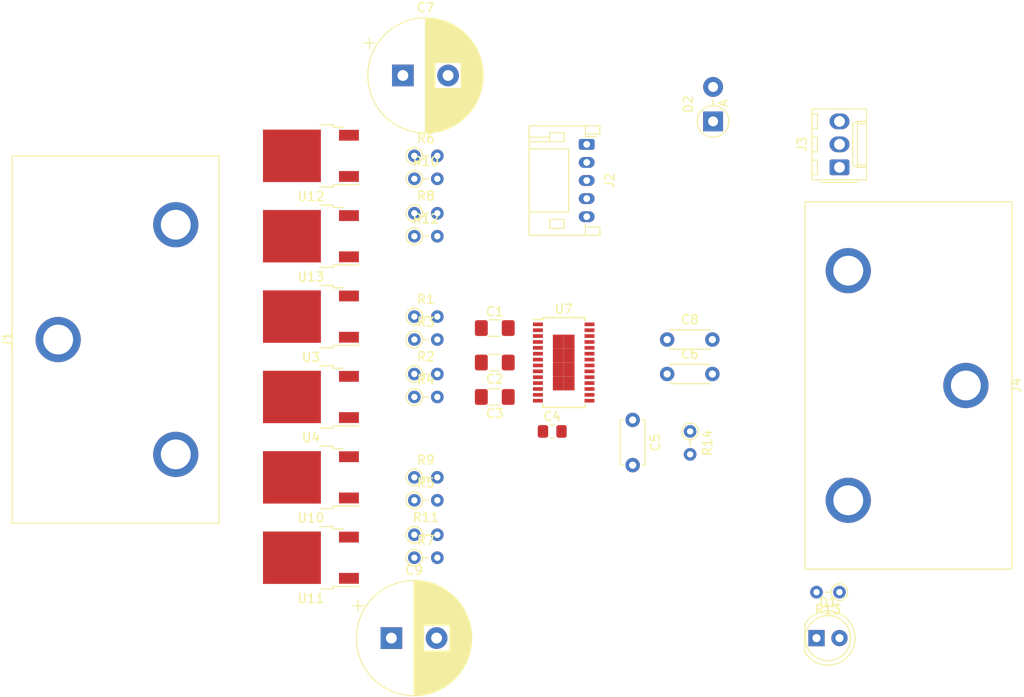
<source format=kicad_pcb>
(kicad_pcb (version 20171130) (host pcbnew 5.1.2)

  (general
    (thickness 1.6)
    (drawings 0)
    (tracks 0)
    (zones 0)
    (modules 36)
    (nets 34)
  )

  (page A4)
  (layers
    (0 F.Cu signal)
    (31 B.Cu signal)
    (32 B.Adhes user)
    (33 F.Adhes user)
    (34 B.Paste user)
    (35 F.Paste user)
    (36 B.SilkS user)
    (37 F.SilkS user)
    (38 B.Mask user)
    (39 F.Mask user)
    (40 Dwgs.User user)
    (41 Cmts.User user)
    (42 Eco1.User user)
    (43 Eco2.User user)
    (44 Edge.Cuts user)
    (45 Margin user)
    (46 B.CrtYd user)
    (47 F.CrtYd user)
    (48 B.Fab user)
    (49 F.Fab user hide)
  )

  (setup
    (last_trace_width 0.25)
    (trace_clearance 0.2)
    (zone_clearance 0.508)
    (zone_45_only no)
    (trace_min 0.2)
    (via_size 0.8)
    (via_drill 0.4)
    (via_min_size 0.4)
    (via_min_drill 0.3)
    (uvia_size 0.3)
    (uvia_drill 0.1)
    (uvias_allowed no)
    (uvia_min_size 0.2)
    (uvia_min_drill 0.1)
    (edge_width 0.05)
    (segment_width 0.2)
    (pcb_text_width 0.3)
    (pcb_text_size 1.5 1.5)
    (mod_edge_width 0.12)
    (mod_text_size 1 1)
    (mod_text_width 0.15)
    (pad_size 1.524 1.524)
    (pad_drill 0.762)
    (pad_to_mask_clearance 0.051)
    (solder_mask_min_width 0.25)
    (aux_axis_origin 0 0)
    (visible_elements FFFFF77F)
    (pcbplotparams
      (layerselection 0x010fc_ffffffff)
      (usegerberextensions false)
      (usegerberattributes false)
      (usegerberadvancedattributes false)
      (creategerberjobfile false)
      (excludeedgelayer true)
      (linewidth 0.100000)
      (plotframeref false)
      (viasonmask false)
      (mode 1)
      (useauxorigin false)
      (hpglpennumber 1)
      (hpglpenspeed 20)
      (hpglpendiameter 15.000000)
      (psnegative false)
      (psa4output false)
      (plotreference true)
      (plotvalue true)
      (plotinvisibletext false)
      (padsonsilk false)
      (subtractmaskfromsilk false)
      (outputformat 1)
      (mirror false)
      (drillshape 1)
      (scaleselection 1)
      (outputdirectory ""))
  )

  (net 0 "")
  (net 1 OutC)
  (net 2 "Net-(C1-Pad1)")
  (net 3 OutB)
  (net 4 "Net-(C2-Pad1)")
  (net 5 OutA)
  (net 6 "Net-(C3-Pad1)")
  (net 7 GND)
  (net 8 "Net-(C4-Pad1)")
  (net 9 "Net-(C5-Pad2)")
  (net 10 "Net-(C5-Pad1)")
  (net 11 VDD)
  (net 12 VCC)
  (net 13 "Net-(D1-Pad1)")
  (net 14 "Net-(J2-Pad4)")
  (net 15 "Net-(J2-Pad3)")
  (net 16 "Net-(J2-Pad2)")
  (net 17 "Net-(J3-Pad3)")
  (net 18 "Net-(J3-Pad2)")
  (net 19 "Net-(J3-Pad1)")
  (net 20 "Net-(R1-Pad1)")
  (net 21 "Net-(R2-Pad1)")
  (net 22 "Net-(R3-Pad1)")
  (net 23 "Net-(R4-Pad1)")
  (net 24 "Net-(R5-Pad1)")
  (net 25 "Net-(R10-Pad2)")
  (net 26 "Net-(R11-Pad2)")
  (net 27 "Net-(R12-Pad2)")
  (net 28 "Net-(R9-Pad1)")
  (net 29 "Net-(R10-Pad1)")
  (net 30 "Net-(R11-Pad1)")
  (net 31 "Net-(R12-Pad1)")
  (net 32 "Net-(R13-Pad2)")
  (net 33 "Net-(R14-Pad1)")

  (net_class Default "This is the default net class."
    (clearance 0.2)
    (trace_width 0.25)
    (via_dia 0.8)
    (via_drill 0.4)
    (uvia_dia 0.3)
    (uvia_drill 0.1)
    (add_net GND)
    (add_net "Net-(C1-Pad1)")
    (add_net "Net-(C2-Pad1)")
    (add_net "Net-(C3-Pad1)")
    (add_net "Net-(C4-Pad1)")
    (add_net "Net-(C5-Pad1)")
    (add_net "Net-(C5-Pad2)")
    (add_net "Net-(D1-Pad1)")
    (add_net "Net-(J2-Pad2)")
    (add_net "Net-(J2-Pad3)")
    (add_net "Net-(J2-Pad4)")
    (add_net "Net-(J3-Pad1)")
    (add_net "Net-(J3-Pad2)")
    (add_net "Net-(J3-Pad3)")
    (add_net "Net-(R1-Pad1)")
    (add_net "Net-(R10-Pad1)")
    (add_net "Net-(R10-Pad2)")
    (add_net "Net-(R11-Pad1)")
    (add_net "Net-(R11-Pad2)")
    (add_net "Net-(R12-Pad1)")
    (add_net "Net-(R12-Pad2)")
    (add_net "Net-(R13-Pad2)")
    (add_net "Net-(R14-Pad1)")
    (add_net "Net-(R2-Pad1)")
    (add_net "Net-(R3-Pad1)")
    (add_net "Net-(R4-Pad1)")
    (add_net "Net-(R5-Pad1)")
    (add_net "Net-(R9-Pad1)")
    (add_net OutA)
    (add_net OutB)
    (add_net OutC)
    (add_net VCC)
    (add_net VDD)
  )

  (module Package_TO_SOT_SMD:TO-252-2 (layer F.Cu) (tedit 5A70A390) (tstamp 5D07135F)
    (at 175.26 81.28 180)
    (descr "TO-252 / DPAK SMD package, http://www.infineon.com/cms/en/product/packages/PG-TO252/PG-TO252-3-1/")
    (tags "DPAK TO-252 DPAK-3 TO-252-3 SOT-428")
    (path /5D0F0085)
    (attr smd)
    (fp_text reference U13 (at 0 -4.5) (layer F.SilkS)
      (effects (font (size 1 1) (thickness 0.15)))
    )
    (fp_text value FDD3672 (at 0 4.5) (layer F.Fab)
      (effects (font (size 1 1) (thickness 0.15)))
    )
    (fp_text user %R (at 0 0) (layer F.Fab)
      (effects (font (size 1 1) (thickness 0.15)))
    )
    (fp_line (start 5.55 -3.5) (end -5.55 -3.5) (layer F.CrtYd) (width 0.05))
    (fp_line (start 5.55 3.5) (end 5.55 -3.5) (layer F.CrtYd) (width 0.05))
    (fp_line (start -5.55 3.5) (end 5.55 3.5) (layer F.CrtYd) (width 0.05))
    (fp_line (start -5.55 -3.5) (end -5.55 3.5) (layer F.CrtYd) (width 0.05))
    (fp_line (start -2.47 3.18) (end -3.57 3.18) (layer F.SilkS) (width 0.12))
    (fp_line (start -2.47 3.45) (end -2.47 3.18) (layer F.SilkS) (width 0.12))
    (fp_line (start -0.97 3.45) (end -2.47 3.45) (layer F.SilkS) (width 0.12))
    (fp_line (start -2.47 -3.18) (end -5.3 -3.18) (layer F.SilkS) (width 0.12))
    (fp_line (start -2.47 -3.45) (end -2.47 -3.18) (layer F.SilkS) (width 0.12))
    (fp_line (start -0.97 -3.45) (end -2.47 -3.45) (layer F.SilkS) (width 0.12))
    (fp_line (start -4.97 2.655) (end -2.27 2.655) (layer F.Fab) (width 0.1))
    (fp_line (start -4.97 1.905) (end -4.97 2.655) (layer F.Fab) (width 0.1))
    (fp_line (start -2.27 1.905) (end -4.97 1.905) (layer F.Fab) (width 0.1))
    (fp_line (start -4.97 -1.905) (end -2.27 -1.905) (layer F.Fab) (width 0.1))
    (fp_line (start -4.97 -2.655) (end -4.97 -1.905) (layer F.Fab) (width 0.1))
    (fp_line (start -1.865 -2.655) (end -4.97 -2.655) (layer F.Fab) (width 0.1))
    (fp_line (start -1.27 -3.25) (end 3.95 -3.25) (layer F.Fab) (width 0.1))
    (fp_line (start -2.27 -2.25) (end -1.27 -3.25) (layer F.Fab) (width 0.1))
    (fp_line (start -2.27 3.25) (end -2.27 -2.25) (layer F.Fab) (width 0.1))
    (fp_line (start 3.95 3.25) (end -2.27 3.25) (layer F.Fab) (width 0.1))
    (fp_line (start 3.95 -3.25) (end 3.95 3.25) (layer F.Fab) (width 0.1))
    (fp_line (start 4.95 2.7) (end 3.95 2.7) (layer F.Fab) (width 0.1))
    (fp_line (start 4.95 -2.7) (end 4.95 2.7) (layer F.Fab) (width 0.1))
    (fp_line (start 3.95 -2.7) (end 4.95 -2.7) (layer F.Fab) (width 0.1))
    (pad "" smd rect (at 0.425 1.525 180) (size 3.05 2.75) (layers F.Paste))
    (pad "" smd rect (at 3.775 -1.525 180) (size 3.05 2.75) (layers F.Paste))
    (pad "" smd rect (at 0.425 -1.525 180) (size 3.05 2.75) (layers F.Paste))
    (pad "" smd rect (at 3.775 1.525 180) (size 3.05 2.75) (layers F.Paste))
    (pad 2 smd rect (at 2.1 0 180) (size 6.4 5.8) (layers F.Cu F.Mask)
      (net 11 VDD))
    (pad 3 smd rect (at -4.2 2.28 180) (size 2.2 1.2) (layers F.Cu F.Paste F.Mask)
      (net 1 OutC))
    (pad 1 smd rect (at -4.2 -2.28 180) (size 2.2 1.2) (layers F.Cu F.Paste F.Mask)
      (net 27 "Net-(R12-Pad2)"))
    (model ${KISYS3DMOD}/Package_TO_SOT_SMD.3dshapes/TO-252-2.wrl
      (at (xyz 0 0 0))
      (scale (xyz 1 1 1))
      (rotate (xyz 0 0 0))
    )
  )

  (module Package_TO_SOT_SMD:TO-252-2 (layer F.Cu) (tedit 5A70A390) (tstamp 5D07133B)
    (at 175.26 72.39 180)
    (descr "TO-252 / DPAK SMD package, http://www.infineon.com/cms/en/product/packages/PG-TO252/PG-TO252-3-1/")
    (tags "DPAK TO-252 DPAK-3 TO-252-3 SOT-428")
    (path /5D0F0079)
    (attr smd)
    (fp_text reference U12 (at 0 -4.5) (layer F.SilkS)
      (effects (font (size 1 1) (thickness 0.15)))
    )
    (fp_text value FDD3672 (at 0 4.5) (layer F.Fab)
      (effects (font (size 1 1) (thickness 0.15)))
    )
    (fp_text user %R (at 0 0) (layer F.Fab)
      (effects (font (size 1 1) (thickness 0.15)))
    )
    (fp_line (start 5.55 -3.5) (end -5.55 -3.5) (layer F.CrtYd) (width 0.05))
    (fp_line (start 5.55 3.5) (end 5.55 -3.5) (layer F.CrtYd) (width 0.05))
    (fp_line (start -5.55 3.5) (end 5.55 3.5) (layer F.CrtYd) (width 0.05))
    (fp_line (start -5.55 -3.5) (end -5.55 3.5) (layer F.CrtYd) (width 0.05))
    (fp_line (start -2.47 3.18) (end -3.57 3.18) (layer F.SilkS) (width 0.12))
    (fp_line (start -2.47 3.45) (end -2.47 3.18) (layer F.SilkS) (width 0.12))
    (fp_line (start -0.97 3.45) (end -2.47 3.45) (layer F.SilkS) (width 0.12))
    (fp_line (start -2.47 -3.18) (end -5.3 -3.18) (layer F.SilkS) (width 0.12))
    (fp_line (start -2.47 -3.45) (end -2.47 -3.18) (layer F.SilkS) (width 0.12))
    (fp_line (start -0.97 -3.45) (end -2.47 -3.45) (layer F.SilkS) (width 0.12))
    (fp_line (start -4.97 2.655) (end -2.27 2.655) (layer F.Fab) (width 0.1))
    (fp_line (start -4.97 1.905) (end -4.97 2.655) (layer F.Fab) (width 0.1))
    (fp_line (start -2.27 1.905) (end -4.97 1.905) (layer F.Fab) (width 0.1))
    (fp_line (start -4.97 -1.905) (end -2.27 -1.905) (layer F.Fab) (width 0.1))
    (fp_line (start -4.97 -2.655) (end -4.97 -1.905) (layer F.Fab) (width 0.1))
    (fp_line (start -1.865 -2.655) (end -4.97 -2.655) (layer F.Fab) (width 0.1))
    (fp_line (start -1.27 -3.25) (end 3.95 -3.25) (layer F.Fab) (width 0.1))
    (fp_line (start -2.27 -2.25) (end -1.27 -3.25) (layer F.Fab) (width 0.1))
    (fp_line (start -2.27 3.25) (end -2.27 -2.25) (layer F.Fab) (width 0.1))
    (fp_line (start 3.95 3.25) (end -2.27 3.25) (layer F.Fab) (width 0.1))
    (fp_line (start 3.95 -3.25) (end 3.95 3.25) (layer F.Fab) (width 0.1))
    (fp_line (start 4.95 2.7) (end 3.95 2.7) (layer F.Fab) (width 0.1))
    (fp_line (start 4.95 -2.7) (end 4.95 2.7) (layer F.Fab) (width 0.1))
    (fp_line (start 3.95 -2.7) (end 4.95 -2.7) (layer F.Fab) (width 0.1))
    (pad "" smd rect (at 0.425 1.525 180) (size 3.05 2.75) (layers F.Paste))
    (pad "" smd rect (at 3.775 -1.525 180) (size 3.05 2.75) (layers F.Paste))
    (pad "" smd rect (at 0.425 -1.525 180) (size 3.05 2.75) (layers F.Paste))
    (pad "" smd rect (at 3.775 1.525 180) (size 3.05 2.75) (layers F.Paste))
    (pad 2 smd rect (at 2.1 0 180) (size 6.4 5.8) (layers F.Cu F.Mask)
      (net 1 OutC))
    (pad 3 smd rect (at -4.2 2.28 180) (size 2.2 1.2) (layers F.Cu F.Paste F.Mask)
      (net 7 GND))
    (pad 1 smd rect (at -4.2 -2.28 180) (size 2.2 1.2) (layers F.Cu F.Paste F.Mask)
      (net 25 "Net-(R10-Pad2)"))
    (model ${KISYS3DMOD}/Package_TO_SOT_SMD.3dshapes/TO-252-2.wrl
      (at (xyz 0 0 0))
      (scale (xyz 1 1 1))
      (rotate (xyz 0 0 0))
    )
  )

  (module Package_TO_SOT_SMD:TO-252-2 (layer F.Cu) (tedit 5A70A390) (tstamp 5D071317)
    (at 175.26 116.84 180)
    (descr "TO-252 / DPAK SMD package, http://www.infineon.com/cms/en/product/packages/PG-TO252/PG-TO252-3-1/")
    (tags "DPAK TO-252 DPAK-3 TO-252-3 SOT-428")
    (path /5CE6BD06)
    (attr smd)
    (fp_text reference U11 (at 0 -4.5) (layer F.SilkS)
      (effects (font (size 1 1) (thickness 0.15)))
    )
    (fp_text value FDD3672 (at 0 4.5) (layer F.Fab)
      (effects (font (size 1 1) (thickness 0.15)))
    )
    (fp_text user %R (at 0 0) (layer F.Fab)
      (effects (font (size 1 1) (thickness 0.15)))
    )
    (fp_line (start 5.55 -3.5) (end -5.55 -3.5) (layer F.CrtYd) (width 0.05))
    (fp_line (start 5.55 3.5) (end 5.55 -3.5) (layer F.CrtYd) (width 0.05))
    (fp_line (start -5.55 3.5) (end 5.55 3.5) (layer F.CrtYd) (width 0.05))
    (fp_line (start -5.55 -3.5) (end -5.55 3.5) (layer F.CrtYd) (width 0.05))
    (fp_line (start -2.47 3.18) (end -3.57 3.18) (layer F.SilkS) (width 0.12))
    (fp_line (start -2.47 3.45) (end -2.47 3.18) (layer F.SilkS) (width 0.12))
    (fp_line (start -0.97 3.45) (end -2.47 3.45) (layer F.SilkS) (width 0.12))
    (fp_line (start -2.47 -3.18) (end -5.3 -3.18) (layer F.SilkS) (width 0.12))
    (fp_line (start -2.47 -3.45) (end -2.47 -3.18) (layer F.SilkS) (width 0.12))
    (fp_line (start -0.97 -3.45) (end -2.47 -3.45) (layer F.SilkS) (width 0.12))
    (fp_line (start -4.97 2.655) (end -2.27 2.655) (layer F.Fab) (width 0.1))
    (fp_line (start -4.97 1.905) (end -4.97 2.655) (layer F.Fab) (width 0.1))
    (fp_line (start -2.27 1.905) (end -4.97 1.905) (layer F.Fab) (width 0.1))
    (fp_line (start -4.97 -1.905) (end -2.27 -1.905) (layer F.Fab) (width 0.1))
    (fp_line (start -4.97 -2.655) (end -4.97 -1.905) (layer F.Fab) (width 0.1))
    (fp_line (start -1.865 -2.655) (end -4.97 -2.655) (layer F.Fab) (width 0.1))
    (fp_line (start -1.27 -3.25) (end 3.95 -3.25) (layer F.Fab) (width 0.1))
    (fp_line (start -2.27 -2.25) (end -1.27 -3.25) (layer F.Fab) (width 0.1))
    (fp_line (start -2.27 3.25) (end -2.27 -2.25) (layer F.Fab) (width 0.1))
    (fp_line (start 3.95 3.25) (end -2.27 3.25) (layer F.Fab) (width 0.1))
    (fp_line (start 3.95 -3.25) (end 3.95 3.25) (layer F.Fab) (width 0.1))
    (fp_line (start 4.95 2.7) (end 3.95 2.7) (layer F.Fab) (width 0.1))
    (fp_line (start 4.95 -2.7) (end 4.95 2.7) (layer F.Fab) (width 0.1))
    (fp_line (start 3.95 -2.7) (end 4.95 -2.7) (layer F.Fab) (width 0.1))
    (pad "" smd rect (at 0.425 1.525 180) (size 3.05 2.75) (layers F.Paste))
    (pad "" smd rect (at 3.775 -1.525 180) (size 3.05 2.75) (layers F.Paste))
    (pad "" smd rect (at 0.425 -1.525 180) (size 3.05 2.75) (layers F.Paste))
    (pad "" smd rect (at 3.775 1.525 180) (size 3.05 2.75) (layers F.Paste))
    (pad 2 smd rect (at 2.1 0 180) (size 6.4 5.8) (layers F.Cu F.Mask)
      (net 11 VDD))
    (pad 3 smd rect (at -4.2 2.28 180) (size 2.2 1.2) (layers F.Cu F.Paste F.Mask)
      (net 5 OutA))
    (pad 1 smd rect (at -4.2 -2.28 180) (size 2.2 1.2) (layers F.Cu F.Paste F.Mask)
      (net 26 "Net-(R11-Pad2)"))
    (model ${KISYS3DMOD}/Package_TO_SOT_SMD.3dshapes/TO-252-2.wrl
      (at (xyz 0 0 0))
      (scale (xyz 1 1 1))
      (rotate (xyz 0 0 0))
    )
  )

  (module Package_TO_SOT_SMD:TO-252-2 (layer F.Cu) (tedit 5A70A390) (tstamp 5D0712F3)
    (at 175.26 107.95 180)
    (descr "TO-252 / DPAK SMD package, http://www.infineon.com/cms/en/product/packages/PG-TO252/PG-TO252-3-1/")
    (tags "DPAK TO-252 DPAK-3 TO-252-3 SOT-428")
    (path /5CE531CF)
    (attr smd)
    (fp_text reference U10 (at 0 -4.5) (layer F.SilkS)
      (effects (font (size 1 1) (thickness 0.15)))
    )
    (fp_text value FDD3672 (at 0 4.5) (layer F.Fab)
      (effects (font (size 1 1) (thickness 0.15)))
    )
    (fp_text user %R (at 0 0) (layer F.Fab)
      (effects (font (size 1 1) (thickness 0.15)))
    )
    (fp_line (start 5.55 -3.5) (end -5.55 -3.5) (layer F.CrtYd) (width 0.05))
    (fp_line (start 5.55 3.5) (end 5.55 -3.5) (layer F.CrtYd) (width 0.05))
    (fp_line (start -5.55 3.5) (end 5.55 3.5) (layer F.CrtYd) (width 0.05))
    (fp_line (start -5.55 -3.5) (end -5.55 3.5) (layer F.CrtYd) (width 0.05))
    (fp_line (start -2.47 3.18) (end -3.57 3.18) (layer F.SilkS) (width 0.12))
    (fp_line (start -2.47 3.45) (end -2.47 3.18) (layer F.SilkS) (width 0.12))
    (fp_line (start -0.97 3.45) (end -2.47 3.45) (layer F.SilkS) (width 0.12))
    (fp_line (start -2.47 -3.18) (end -5.3 -3.18) (layer F.SilkS) (width 0.12))
    (fp_line (start -2.47 -3.45) (end -2.47 -3.18) (layer F.SilkS) (width 0.12))
    (fp_line (start -0.97 -3.45) (end -2.47 -3.45) (layer F.SilkS) (width 0.12))
    (fp_line (start -4.97 2.655) (end -2.27 2.655) (layer F.Fab) (width 0.1))
    (fp_line (start -4.97 1.905) (end -4.97 2.655) (layer F.Fab) (width 0.1))
    (fp_line (start -2.27 1.905) (end -4.97 1.905) (layer F.Fab) (width 0.1))
    (fp_line (start -4.97 -1.905) (end -2.27 -1.905) (layer F.Fab) (width 0.1))
    (fp_line (start -4.97 -2.655) (end -4.97 -1.905) (layer F.Fab) (width 0.1))
    (fp_line (start -1.865 -2.655) (end -4.97 -2.655) (layer F.Fab) (width 0.1))
    (fp_line (start -1.27 -3.25) (end 3.95 -3.25) (layer F.Fab) (width 0.1))
    (fp_line (start -2.27 -2.25) (end -1.27 -3.25) (layer F.Fab) (width 0.1))
    (fp_line (start -2.27 3.25) (end -2.27 -2.25) (layer F.Fab) (width 0.1))
    (fp_line (start 3.95 3.25) (end -2.27 3.25) (layer F.Fab) (width 0.1))
    (fp_line (start 3.95 -3.25) (end 3.95 3.25) (layer F.Fab) (width 0.1))
    (fp_line (start 4.95 2.7) (end 3.95 2.7) (layer F.Fab) (width 0.1))
    (fp_line (start 4.95 -2.7) (end 4.95 2.7) (layer F.Fab) (width 0.1))
    (fp_line (start 3.95 -2.7) (end 4.95 -2.7) (layer F.Fab) (width 0.1))
    (pad "" smd rect (at 0.425 1.525 180) (size 3.05 2.75) (layers F.Paste))
    (pad "" smd rect (at 3.775 -1.525 180) (size 3.05 2.75) (layers F.Paste))
    (pad "" smd rect (at 0.425 -1.525 180) (size 3.05 2.75) (layers F.Paste))
    (pad "" smd rect (at 3.775 1.525 180) (size 3.05 2.75) (layers F.Paste))
    (pad 2 smd rect (at 2.1 0 180) (size 6.4 5.8) (layers F.Cu F.Mask)
      (net 5 OutA))
    (pad 3 smd rect (at -4.2 2.28 180) (size 2.2 1.2) (layers F.Cu F.Paste F.Mask)
      (net 7 GND))
    (pad 1 smd rect (at -4.2 -2.28 180) (size 2.2 1.2) (layers F.Cu F.Paste F.Mask)
      (net 24 "Net-(R5-Pad1)"))
    (model ${KISYS3DMOD}/Package_TO_SOT_SMD.3dshapes/TO-252-2.wrl
      (at (xyz 0 0 0))
      (scale (xyz 1 1 1))
      (rotate (xyz 0 0 0))
    )
  )

  (module Package_SO:TSSOP-28-1EP_4.4x9.7mm_P0.65mm (layer F.Cu) (tedit 5A02F25C) (tstamp 5D0712CF)
    (at 203.2 95.25)
    (descr "TSSOP28: plastic thin shrink small outline package; 28 leads; body width 4.4 mm; Exposed Pad Variation; (see NXP SSOP-TSSOP-VSO-REFLOW.pdf and sot361-1_po.pdf)")
    (tags "SSOP 0.65")
    (path /5CC1FCFC)
    (attr smd)
    (fp_text reference U7 (at 0 -5.9) (layer F.SilkS)
      (effects (font (size 1 1) (thickness 0.15)))
    )
    (fp_text value A4915MLPTR-T (at 0 5.9) (layer F.Fab)
      (effects (font (size 1 1) (thickness 0.15)))
    )
    (fp_text user %R (at 0 0) (layer F.Fab)
      (effects (font (size 0.8 0.8) (thickness 0.15)))
    )
    (fp_line (start -2.325 -4.75) (end -3.4 -4.75) (layer F.SilkS) (width 0.15))
    (fp_line (start -2.325 4.975) (end 2.325 4.975) (layer F.SilkS) (width 0.15))
    (fp_line (start -2.325 -4.975) (end 2.325 -4.975) (layer F.SilkS) (width 0.15))
    (fp_line (start -2.325 4.975) (end -2.325 4.65) (layer F.SilkS) (width 0.15))
    (fp_line (start 2.325 4.975) (end 2.325 4.65) (layer F.SilkS) (width 0.15))
    (fp_line (start 2.325 -4.975) (end 2.325 -4.65) (layer F.SilkS) (width 0.15))
    (fp_line (start -2.325 -4.975) (end -2.325 -4.75) (layer F.SilkS) (width 0.15))
    (fp_line (start -3.65 5.15) (end 3.65 5.15) (layer F.CrtYd) (width 0.05))
    (fp_line (start -3.65 -5.15) (end 3.65 -5.15) (layer F.CrtYd) (width 0.05))
    (fp_line (start 3.65 -5.15) (end 3.65 5.15) (layer F.CrtYd) (width 0.05))
    (fp_line (start -3.65 -5.15) (end -3.65 5.15) (layer F.CrtYd) (width 0.05))
    (fp_line (start -2.2 -3.85) (end -1.2 -4.85) (layer F.Fab) (width 0.15))
    (fp_line (start -2.2 4.85) (end -2.2 -3.85) (layer F.Fab) (width 0.15))
    (fp_line (start 2.2 4.85) (end -2.2 4.85) (layer F.Fab) (width 0.15))
    (fp_line (start 2.2 -4.85) (end 2.2 4.85) (layer F.Fab) (width 0.15))
    (fp_line (start -1.2 -4.85) (end 2.2 -4.85) (layer F.Fab) (width 0.15))
    (pad 29 smd rect (at -0.6 -2.31375) (size 1.2 1.5425) (layers F.Cu F.Paste F.Mask)
      (net 7 GND) (solder_paste_margin_ratio -0.2))
    (pad 29 smd rect (at -0.6 -0.77125) (size 1.2 1.5425) (layers F.Cu F.Paste F.Mask)
      (net 7 GND) (solder_paste_margin_ratio -0.2))
    (pad 29 smd rect (at -0.6 0.77125) (size 1.2 1.5425) (layers F.Cu F.Paste F.Mask)
      (net 7 GND) (solder_paste_margin_ratio -0.2))
    (pad 29 smd rect (at -0.6 2.31375) (size 1.2 1.5425) (layers F.Cu F.Paste F.Mask)
      (net 7 GND) (solder_paste_margin_ratio -0.2))
    (pad 29 smd rect (at 0.6 -2.31375) (size 1.2 1.5425) (layers F.Cu F.Paste F.Mask)
      (net 7 GND) (solder_paste_margin_ratio -0.2))
    (pad 29 smd rect (at 0.6 -0.77125) (size 1.2 1.5425) (layers F.Cu F.Paste F.Mask)
      (net 7 GND) (solder_paste_margin_ratio -0.2))
    (pad 29 smd rect (at 0.6 0.77125) (size 1.2 1.5425) (layers F.Cu F.Paste F.Mask)
      (net 7 GND) (solder_paste_margin_ratio -0.2))
    (pad 29 smd rect (at 0.6 2.31375) (size 1.2 1.5425) (layers F.Cu F.Paste F.Mask)
      (net 7 GND) (solder_paste_margin_ratio -0.2))
    (pad 28 smd rect (at 2.85 -4.225) (size 1.1 0.4) (layers F.Cu F.Paste F.Mask)
      (net 16 "Net-(J2-Pad2)"))
    (pad 27 smd rect (at 2.85 -3.575) (size 1.1 0.4) (layers F.Cu F.Paste F.Mask)
      (net 15 "Net-(J2-Pad3)"))
    (pad 26 smd rect (at 2.85 -2.925) (size 1.1 0.4) (layers F.Cu F.Paste F.Mask)
      (net 14 "Net-(J2-Pad4)"))
    (pad 25 smd rect (at 2.85 -2.275) (size 1.1 0.4) (layers F.Cu F.Paste F.Mask)
      (net 17 "Net-(J3-Pad3)"))
    (pad 24 smd rect (at 2.85 -1.625) (size 1.1 0.4) (layers F.Cu F.Paste F.Mask)
      (net 18 "Net-(J3-Pad2)"))
    (pad 23 smd rect (at 2.85 -0.975) (size 1.1 0.4) (layers F.Cu F.Paste F.Mask)
      (net 19 "Net-(J3-Pad1)"))
    (pad 22 smd rect (at 2.85 -0.325) (size 1.1 0.4) (layers F.Cu F.Paste F.Mask)
      (net 32 "Net-(R13-Pad2)"))
    (pad 21 smd rect (at 2.85 0.325) (size 1.1 0.4) (layers F.Cu F.Paste F.Mask)
      (net 12 VCC))
    (pad 20 smd rect (at 2.85 0.975) (size 1.1 0.4) (layers F.Cu F.Paste F.Mask)
      (net 33 "Net-(R14-Pad1)"))
    (pad 19 smd rect (at 2.85 1.625) (size 1.1 0.4) (layers F.Cu F.Paste F.Mask)
      (net 12 VCC))
    (pad 18 smd rect (at 2.85 2.275) (size 1.1 0.4) (layers F.Cu F.Paste F.Mask)
      (net 11 VDD))
    (pad 17 smd rect (at 2.85 2.925) (size 1.1 0.4) (layers F.Cu F.Paste F.Mask)
      (net 7 GND))
    (pad 16 smd rect (at 2.85 3.575) (size 1.1 0.4) (layers F.Cu F.Paste F.Mask)
      (net 10 "Net-(C5-Pad1)"))
    (pad 15 smd rect (at 2.85 4.225) (size 1.1 0.4) (layers F.Cu F.Paste F.Mask)
      (net 9 "Net-(C5-Pad2)"))
    (pad 14 smd rect (at -2.85 4.225) (size 1.1 0.4) (layers F.Cu F.Paste F.Mask)
      (net 8 "Net-(C4-Pad1)"))
    (pad 13 smd rect (at -2.85 3.575) (size 1.1 0.4) (layers F.Cu F.Paste F.Mask)
      (net 6 "Net-(C3-Pad1)"))
    (pad 12 smd rect (at -2.85 2.925) (size 1.1 0.4) (layers F.Cu F.Paste F.Mask)
      (net 5 OutA))
    (pad 11 smd rect (at -2.85 2.275) (size 1.1 0.4) (layers F.Cu F.Paste F.Mask)
      (net 30 "Net-(R11-Pad1)"))
    (pad 10 smd rect (at -2.85 1.625) (size 1.1 0.4) (layers F.Cu F.Paste F.Mask)
      (net 28 "Net-(R9-Pad1)"))
    (pad 9 smd rect (at -2.85 0.975) (size 1.1 0.4) (layers F.Cu F.Paste F.Mask)
      (net 4 "Net-(C2-Pad1)"))
    (pad 8 smd rect (at -2.85 0.325) (size 1.1 0.4) (layers F.Cu F.Paste F.Mask)
      (net 3 OutB))
    (pad 7 smd rect (at -2.85 -0.325) (size 1.1 0.4) (layers F.Cu F.Paste F.Mask)
      (net 23 "Net-(R4-Pad1)"))
    (pad 6 smd rect (at -2.85 -0.975) (size 1.1 0.4) (layers F.Cu F.Paste F.Mask)
      (net 22 "Net-(R3-Pad1)"))
    (pad 5 smd rect (at -2.85 -1.625) (size 1.1 0.4) (layers F.Cu F.Paste F.Mask)
      (net 2 "Net-(C1-Pad1)"))
    (pad 4 smd rect (at -2.85 -2.275) (size 1.1 0.4) (layers F.Cu F.Paste F.Mask)
      (net 1 OutC))
    (pad 3 smd rect (at -2.85 -2.925) (size 1.1 0.4) (layers F.Cu F.Paste F.Mask)
      (net 31 "Net-(R12-Pad1)"))
    (pad 2 smd rect (at -2.85 -3.575) (size 1.1 0.4) (layers F.Cu F.Paste F.Mask)
      (net 29 "Net-(R10-Pad1)"))
    (pad 1 smd rect (at -2.85 -4.225) (size 1.1 0.4) (layers F.Cu F.Paste F.Mask)
      (net 7 GND))
    (model ${KISYS3DMOD}/Package_SO.3dshapes/TSSOP-28_4.4x9.7mm_Pitch0.65mm.wrl
      (at (xyz 0 0 0))
      (scale (xyz 1 1 1))
      (rotate (xyz 0 0 0))
    )
  )

  (module Package_TO_SOT_SMD:TO-252-2 (layer F.Cu) (tedit 5A70A390) (tstamp 5D071296)
    (at 175.26 99.06 180)
    (descr "TO-252 / DPAK SMD package, http://www.infineon.com/cms/en/product/packages/PG-TO252/PG-TO252-3-1/")
    (tags "DPAK TO-252 DPAK-3 TO-252-3 SOT-428")
    (path /5D050AD0)
    (attr smd)
    (fp_text reference U4 (at 0 -4.5) (layer F.SilkS)
      (effects (font (size 1 1) (thickness 0.15)))
    )
    (fp_text value FDD3672 (at 0 4.5) (layer F.Fab)
      (effects (font (size 1 1) (thickness 0.15)))
    )
    (fp_text user %R (at 0 0) (layer F.Fab)
      (effects (font (size 1 1) (thickness 0.15)))
    )
    (fp_line (start 5.55 -3.5) (end -5.55 -3.5) (layer F.CrtYd) (width 0.05))
    (fp_line (start 5.55 3.5) (end 5.55 -3.5) (layer F.CrtYd) (width 0.05))
    (fp_line (start -5.55 3.5) (end 5.55 3.5) (layer F.CrtYd) (width 0.05))
    (fp_line (start -5.55 -3.5) (end -5.55 3.5) (layer F.CrtYd) (width 0.05))
    (fp_line (start -2.47 3.18) (end -3.57 3.18) (layer F.SilkS) (width 0.12))
    (fp_line (start -2.47 3.45) (end -2.47 3.18) (layer F.SilkS) (width 0.12))
    (fp_line (start -0.97 3.45) (end -2.47 3.45) (layer F.SilkS) (width 0.12))
    (fp_line (start -2.47 -3.18) (end -5.3 -3.18) (layer F.SilkS) (width 0.12))
    (fp_line (start -2.47 -3.45) (end -2.47 -3.18) (layer F.SilkS) (width 0.12))
    (fp_line (start -0.97 -3.45) (end -2.47 -3.45) (layer F.SilkS) (width 0.12))
    (fp_line (start -4.97 2.655) (end -2.27 2.655) (layer F.Fab) (width 0.1))
    (fp_line (start -4.97 1.905) (end -4.97 2.655) (layer F.Fab) (width 0.1))
    (fp_line (start -2.27 1.905) (end -4.97 1.905) (layer F.Fab) (width 0.1))
    (fp_line (start -4.97 -1.905) (end -2.27 -1.905) (layer F.Fab) (width 0.1))
    (fp_line (start -4.97 -2.655) (end -4.97 -1.905) (layer F.Fab) (width 0.1))
    (fp_line (start -1.865 -2.655) (end -4.97 -2.655) (layer F.Fab) (width 0.1))
    (fp_line (start -1.27 -3.25) (end 3.95 -3.25) (layer F.Fab) (width 0.1))
    (fp_line (start -2.27 -2.25) (end -1.27 -3.25) (layer F.Fab) (width 0.1))
    (fp_line (start -2.27 3.25) (end -2.27 -2.25) (layer F.Fab) (width 0.1))
    (fp_line (start 3.95 3.25) (end -2.27 3.25) (layer F.Fab) (width 0.1))
    (fp_line (start 3.95 -3.25) (end 3.95 3.25) (layer F.Fab) (width 0.1))
    (fp_line (start 4.95 2.7) (end 3.95 2.7) (layer F.Fab) (width 0.1))
    (fp_line (start 4.95 -2.7) (end 4.95 2.7) (layer F.Fab) (width 0.1))
    (fp_line (start 3.95 -2.7) (end 4.95 -2.7) (layer F.Fab) (width 0.1))
    (pad "" smd rect (at 0.425 1.525 180) (size 3.05 2.75) (layers F.Paste))
    (pad "" smd rect (at 3.775 -1.525 180) (size 3.05 2.75) (layers F.Paste))
    (pad "" smd rect (at 0.425 -1.525 180) (size 3.05 2.75) (layers F.Paste))
    (pad "" smd rect (at 3.775 1.525 180) (size 3.05 2.75) (layers F.Paste))
    (pad 2 smd rect (at 2.1 0 180) (size 6.4 5.8) (layers F.Cu F.Mask)
      (net 11 VDD))
    (pad 3 smd rect (at -4.2 2.28 180) (size 2.2 1.2) (layers F.Cu F.Paste F.Mask)
      (net 3 OutB))
    (pad 1 smd rect (at -4.2 -2.28 180) (size 2.2 1.2) (layers F.Cu F.Paste F.Mask)
      (net 21 "Net-(R2-Pad1)"))
    (model ${KISYS3DMOD}/Package_TO_SOT_SMD.3dshapes/TO-252-2.wrl
      (at (xyz 0 0 0))
      (scale (xyz 1 1 1))
      (rotate (xyz 0 0 0))
    )
  )

  (module Package_TO_SOT_SMD:TO-252-2 (layer F.Cu) (tedit 5A70A390) (tstamp 5D071272)
    (at 175.26 90.17 180)
    (descr "TO-252 / DPAK SMD package, http://www.infineon.com/cms/en/product/packages/PG-TO252/PG-TO252-3-1/")
    (tags "DPAK TO-252 DPAK-3 TO-252-3 SOT-428")
    (path /5D050AC4)
    (attr smd)
    (fp_text reference U3 (at 0 -4.5) (layer F.SilkS)
      (effects (font (size 1 1) (thickness 0.15)))
    )
    (fp_text value FDD3672 (at 0 4.5) (layer F.Fab)
      (effects (font (size 1 1) (thickness 0.15)))
    )
    (fp_text user %R (at 0 0) (layer F.Fab)
      (effects (font (size 1 1) (thickness 0.15)))
    )
    (fp_line (start 5.55 -3.5) (end -5.55 -3.5) (layer F.CrtYd) (width 0.05))
    (fp_line (start 5.55 3.5) (end 5.55 -3.5) (layer F.CrtYd) (width 0.05))
    (fp_line (start -5.55 3.5) (end 5.55 3.5) (layer F.CrtYd) (width 0.05))
    (fp_line (start -5.55 -3.5) (end -5.55 3.5) (layer F.CrtYd) (width 0.05))
    (fp_line (start -2.47 3.18) (end -3.57 3.18) (layer F.SilkS) (width 0.12))
    (fp_line (start -2.47 3.45) (end -2.47 3.18) (layer F.SilkS) (width 0.12))
    (fp_line (start -0.97 3.45) (end -2.47 3.45) (layer F.SilkS) (width 0.12))
    (fp_line (start -2.47 -3.18) (end -5.3 -3.18) (layer F.SilkS) (width 0.12))
    (fp_line (start -2.47 -3.45) (end -2.47 -3.18) (layer F.SilkS) (width 0.12))
    (fp_line (start -0.97 -3.45) (end -2.47 -3.45) (layer F.SilkS) (width 0.12))
    (fp_line (start -4.97 2.655) (end -2.27 2.655) (layer F.Fab) (width 0.1))
    (fp_line (start -4.97 1.905) (end -4.97 2.655) (layer F.Fab) (width 0.1))
    (fp_line (start -2.27 1.905) (end -4.97 1.905) (layer F.Fab) (width 0.1))
    (fp_line (start -4.97 -1.905) (end -2.27 -1.905) (layer F.Fab) (width 0.1))
    (fp_line (start -4.97 -2.655) (end -4.97 -1.905) (layer F.Fab) (width 0.1))
    (fp_line (start -1.865 -2.655) (end -4.97 -2.655) (layer F.Fab) (width 0.1))
    (fp_line (start -1.27 -3.25) (end 3.95 -3.25) (layer F.Fab) (width 0.1))
    (fp_line (start -2.27 -2.25) (end -1.27 -3.25) (layer F.Fab) (width 0.1))
    (fp_line (start -2.27 3.25) (end -2.27 -2.25) (layer F.Fab) (width 0.1))
    (fp_line (start 3.95 3.25) (end -2.27 3.25) (layer F.Fab) (width 0.1))
    (fp_line (start 3.95 -3.25) (end 3.95 3.25) (layer F.Fab) (width 0.1))
    (fp_line (start 4.95 2.7) (end 3.95 2.7) (layer F.Fab) (width 0.1))
    (fp_line (start 4.95 -2.7) (end 4.95 2.7) (layer F.Fab) (width 0.1))
    (fp_line (start 3.95 -2.7) (end 4.95 -2.7) (layer F.Fab) (width 0.1))
    (pad "" smd rect (at 0.425 1.525 180) (size 3.05 2.75) (layers F.Paste))
    (pad "" smd rect (at 3.775 -1.525 180) (size 3.05 2.75) (layers F.Paste))
    (pad "" smd rect (at 0.425 -1.525 180) (size 3.05 2.75) (layers F.Paste))
    (pad "" smd rect (at 3.775 1.525 180) (size 3.05 2.75) (layers F.Paste))
    (pad 2 smd rect (at 2.1 0 180) (size 6.4 5.8) (layers F.Cu F.Mask)
      (net 3 OutB))
    (pad 3 smd rect (at -4.2 2.28 180) (size 2.2 1.2) (layers F.Cu F.Paste F.Mask)
      (net 7 GND))
    (pad 1 smd rect (at -4.2 -2.28 180) (size 2.2 1.2) (layers F.Cu F.Paste F.Mask)
      (net 20 "Net-(R1-Pad1)"))
    (model ${KISYS3DMOD}/Package_TO_SOT_SMD.3dshapes/TO-252-2.wrl
      (at (xyz 0 0 0))
      (scale (xyz 1 1 1))
      (rotate (xyz 0 0 0))
    )
  )

  (module Resistor_THT:R_Axial_DIN0204_L3.6mm_D1.6mm_P2.54mm_Vertical (layer F.Cu) (tedit 5AE5139B) (tstamp 5D07124E)
    (at 217.17 102.87 270)
    (descr "Resistor, Axial_DIN0204 series, Axial, Vertical, pin pitch=2.54mm, 0.167W, length*diameter=3.6*1.6mm^2, http://cdn-reichelt.de/documents/datenblatt/B400/1_4W%23YAG.pdf")
    (tags "Resistor Axial_DIN0204 series Axial Vertical pin pitch 2.54mm 0.167W length 3.6mm diameter 1.6mm")
    (path /5CC846EC)
    (fp_text reference R14 (at 1.27 -1.92 90) (layer F.SilkS)
      (effects (font (size 1 1) (thickness 0.15)))
    )
    (fp_text value 68k (at 1.27 1.92 90) (layer F.Fab)
      (effects (font (size 1 1) (thickness 0.15)))
    )
    (fp_text user %R (at 1.27 -1.92 90) (layer F.Fab)
      (effects (font (size 1 1) (thickness 0.15)))
    )
    (fp_line (start 3.49 -1.05) (end -1.05 -1.05) (layer F.CrtYd) (width 0.05))
    (fp_line (start 3.49 1.05) (end 3.49 -1.05) (layer F.CrtYd) (width 0.05))
    (fp_line (start -1.05 1.05) (end 3.49 1.05) (layer F.CrtYd) (width 0.05))
    (fp_line (start -1.05 -1.05) (end -1.05 1.05) (layer F.CrtYd) (width 0.05))
    (fp_line (start 0.92 0) (end 1.54 0) (layer F.SilkS) (width 0.12))
    (fp_line (start 0 0) (end 2.54 0) (layer F.Fab) (width 0.1))
    (fp_circle (center 0 0) (end 0.92 0) (layer F.SilkS) (width 0.12))
    (fp_circle (center 0 0) (end 0.8 0) (layer F.Fab) (width 0.1))
    (pad 2 thru_hole oval (at 2.54 0 270) (size 1.4 1.4) (drill 0.7) (layers *.Cu *.Mask)
      (net 7 GND))
    (pad 1 thru_hole circle (at 0 0 270) (size 1.4 1.4) (drill 0.7) (layers *.Cu *.Mask)
      (net 33 "Net-(R14-Pad1)"))
    (model ${KISYS3DMOD}/Resistor_THT.3dshapes/R_Axial_DIN0204_L3.6mm_D1.6mm_P2.54mm_Vertical.wrl
      (at (xyz 0 0 0))
      (scale (xyz 1 1 1))
      (rotate (xyz 0 0 0))
    )
  )

  (module Resistor_THT:R_Axial_DIN0204_L3.6mm_D1.6mm_P2.54mm_Vertical (layer F.Cu) (tedit 5AE5139B) (tstamp 5D07123F)
    (at 233.68 120.65 180)
    (descr "Resistor, Axial_DIN0204 series, Axial, Vertical, pin pitch=2.54mm, 0.167W, length*diameter=3.6*1.6mm^2, http://cdn-reichelt.de/documents/datenblatt/B400/1_4W%23YAG.pdf")
    (tags "Resistor Axial_DIN0204 series Axial Vertical pin pitch 2.54mm 0.167W length 3.6mm diameter 1.6mm")
    (path /5CD67F10)
    (fp_text reference R13 (at 1.27 -1.92) (layer F.SilkS)
      (effects (font (size 1 1) (thickness 0.15)))
    )
    (fp_text value 510 (at 1.27 1.92) (layer F.Fab)
      (effects (font (size 1 1) (thickness 0.15)))
    )
    (fp_text user %R (at 1.27 -1.92) (layer F.Fab)
      (effects (font (size 1 1) (thickness 0.15)))
    )
    (fp_line (start 3.49 -1.05) (end -1.05 -1.05) (layer F.CrtYd) (width 0.05))
    (fp_line (start 3.49 1.05) (end 3.49 -1.05) (layer F.CrtYd) (width 0.05))
    (fp_line (start -1.05 1.05) (end 3.49 1.05) (layer F.CrtYd) (width 0.05))
    (fp_line (start -1.05 -1.05) (end -1.05 1.05) (layer F.CrtYd) (width 0.05))
    (fp_line (start 0.92 0) (end 1.54 0) (layer F.SilkS) (width 0.12))
    (fp_line (start 0 0) (end 2.54 0) (layer F.Fab) (width 0.1))
    (fp_circle (center 0 0) (end 0.92 0) (layer F.SilkS) (width 0.12))
    (fp_circle (center 0 0) (end 0.8 0) (layer F.Fab) (width 0.1))
    (pad 2 thru_hole oval (at 2.54 0 180) (size 1.4 1.4) (drill 0.7) (layers *.Cu *.Mask)
      (net 32 "Net-(R13-Pad2)"))
    (pad 1 thru_hole circle (at 0 0 180) (size 1.4 1.4) (drill 0.7) (layers *.Cu *.Mask)
      (net 13 "Net-(D1-Pad1)"))
    (model ${KISYS3DMOD}/Resistor_THT.3dshapes/R_Axial_DIN0204_L3.6mm_D1.6mm_P2.54mm_Vertical.wrl
      (at (xyz 0 0 0))
      (scale (xyz 1 1 1))
      (rotate (xyz 0 0 0))
    )
  )

  (module Resistor_THT:R_Axial_DIN0204_L3.6mm_D1.6mm_P2.54mm_Vertical (layer F.Cu) (tedit 5AE5139B) (tstamp 5D071230)
    (at 186.69 81.28)
    (descr "Resistor, Axial_DIN0204 series, Axial, Vertical, pin pitch=2.54mm, 0.167W, length*diameter=3.6*1.6mm^2, http://cdn-reichelt.de/documents/datenblatt/B400/1_4W%23YAG.pdf")
    (tags "Resistor Axial_DIN0204 series Axial Vertical pin pitch 2.54mm 0.167W length 3.6mm diameter 1.6mm")
    (path /5D0F009F)
    (fp_text reference R12 (at 1.27 -1.92) (layer F.SilkS)
      (effects (font (size 1 1) (thickness 0.15)))
    )
    (fp_text value 47 (at 1.27 1.92) (layer F.Fab)
      (effects (font (size 1 1) (thickness 0.15)))
    )
    (fp_text user %R (at 1.27 -1.92) (layer F.Fab)
      (effects (font (size 1 1) (thickness 0.15)))
    )
    (fp_line (start 3.49 -1.05) (end -1.05 -1.05) (layer F.CrtYd) (width 0.05))
    (fp_line (start 3.49 1.05) (end 3.49 -1.05) (layer F.CrtYd) (width 0.05))
    (fp_line (start -1.05 1.05) (end 3.49 1.05) (layer F.CrtYd) (width 0.05))
    (fp_line (start -1.05 -1.05) (end -1.05 1.05) (layer F.CrtYd) (width 0.05))
    (fp_line (start 0.92 0) (end 1.54 0) (layer F.SilkS) (width 0.12))
    (fp_line (start 0 0) (end 2.54 0) (layer F.Fab) (width 0.1))
    (fp_circle (center 0 0) (end 0.92 0) (layer F.SilkS) (width 0.12))
    (fp_circle (center 0 0) (end 0.8 0) (layer F.Fab) (width 0.1))
    (pad 2 thru_hole oval (at 2.54 0) (size 1.4 1.4) (drill 0.7) (layers *.Cu *.Mask)
      (net 27 "Net-(R12-Pad2)"))
    (pad 1 thru_hole circle (at 0 0) (size 1.4 1.4) (drill 0.7) (layers *.Cu *.Mask)
      (net 31 "Net-(R12-Pad1)"))
    (model ${KISYS3DMOD}/Resistor_THT.3dshapes/R_Axial_DIN0204_L3.6mm_D1.6mm_P2.54mm_Vertical.wrl
      (at (xyz 0 0 0))
      (scale (xyz 1 1 1))
      (rotate (xyz 0 0 0))
    )
  )

  (module Resistor_THT:R_Axial_DIN0204_L3.6mm_D1.6mm_P2.54mm_Vertical (layer F.Cu) (tedit 5AE5139B) (tstamp 5D071221)
    (at 186.69 114.3)
    (descr "Resistor, Axial_DIN0204 series, Axial, Vertical, pin pitch=2.54mm, 0.167W, length*diameter=3.6*1.6mm^2, http://cdn-reichelt.de/documents/datenblatt/B400/1_4W%23YAG.pdf")
    (tags "Resistor Axial_DIN0204 series Axial Vertical pin pitch 2.54mm 0.167W length 3.6mm diameter 1.6mm")
    (path /5CEE70FC)
    (fp_text reference R11 (at 1.27 -1.92) (layer F.SilkS)
      (effects (font (size 1 1) (thickness 0.15)))
    )
    (fp_text value 47 (at 1.27 1.92) (layer F.Fab)
      (effects (font (size 1 1) (thickness 0.15)))
    )
    (fp_text user %R (at 1.27 -1.92) (layer F.Fab)
      (effects (font (size 1 1) (thickness 0.15)))
    )
    (fp_line (start 3.49 -1.05) (end -1.05 -1.05) (layer F.CrtYd) (width 0.05))
    (fp_line (start 3.49 1.05) (end 3.49 -1.05) (layer F.CrtYd) (width 0.05))
    (fp_line (start -1.05 1.05) (end 3.49 1.05) (layer F.CrtYd) (width 0.05))
    (fp_line (start -1.05 -1.05) (end -1.05 1.05) (layer F.CrtYd) (width 0.05))
    (fp_line (start 0.92 0) (end 1.54 0) (layer F.SilkS) (width 0.12))
    (fp_line (start 0 0) (end 2.54 0) (layer F.Fab) (width 0.1))
    (fp_circle (center 0 0) (end 0.92 0) (layer F.SilkS) (width 0.12))
    (fp_circle (center 0 0) (end 0.8 0) (layer F.Fab) (width 0.1))
    (pad 2 thru_hole oval (at 2.54 0) (size 1.4 1.4) (drill 0.7) (layers *.Cu *.Mask)
      (net 26 "Net-(R11-Pad2)"))
    (pad 1 thru_hole circle (at 0 0) (size 1.4 1.4) (drill 0.7) (layers *.Cu *.Mask)
      (net 30 "Net-(R11-Pad1)"))
    (model ${KISYS3DMOD}/Resistor_THT.3dshapes/R_Axial_DIN0204_L3.6mm_D1.6mm_P2.54mm_Vertical.wrl
      (at (xyz 0 0 0))
      (scale (xyz 1 1 1))
      (rotate (xyz 0 0 0))
    )
  )

  (module Resistor_THT:R_Axial_DIN0204_L3.6mm_D1.6mm_P2.54mm_Vertical (layer F.Cu) (tedit 5AE5139B) (tstamp 5D071212)
    (at 186.69 74.93)
    (descr "Resistor, Axial_DIN0204 series, Axial, Vertical, pin pitch=2.54mm, 0.167W, length*diameter=3.6*1.6mm^2, http://cdn-reichelt.de/documents/datenblatt/B400/1_4W%23YAG.pdf")
    (tags "Resistor Axial_DIN0204 series Axial Vertical pin pitch 2.54mm 0.167W length 3.6mm diameter 1.6mm")
    (path /5D0F00A6)
    (fp_text reference R10 (at 1.27 -1.92) (layer F.SilkS)
      (effects (font (size 1 1) (thickness 0.15)))
    )
    (fp_text value 47 (at 1.27 1.92) (layer F.Fab)
      (effects (font (size 1 1) (thickness 0.15)))
    )
    (fp_text user %R (at 1.27 -1.92) (layer F.Fab)
      (effects (font (size 1 1) (thickness 0.15)))
    )
    (fp_line (start 3.49 -1.05) (end -1.05 -1.05) (layer F.CrtYd) (width 0.05))
    (fp_line (start 3.49 1.05) (end 3.49 -1.05) (layer F.CrtYd) (width 0.05))
    (fp_line (start -1.05 1.05) (end 3.49 1.05) (layer F.CrtYd) (width 0.05))
    (fp_line (start -1.05 -1.05) (end -1.05 1.05) (layer F.CrtYd) (width 0.05))
    (fp_line (start 0.92 0) (end 1.54 0) (layer F.SilkS) (width 0.12))
    (fp_line (start 0 0) (end 2.54 0) (layer F.Fab) (width 0.1))
    (fp_circle (center 0 0) (end 0.92 0) (layer F.SilkS) (width 0.12))
    (fp_circle (center 0 0) (end 0.8 0) (layer F.Fab) (width 0.1))
    (pad 2 thru_hole oval (at 2.54 0) (size 1.4 1.4) (drill 0.7) (layers *.Cu *.Mask)
      (net 25 "Net-(R10-Pad2)"))
    (pad 1 thru_hole circle (at 0 0) (size 1.4 1.4) (drill 0.7) (layers *.Cu *.Mask)
      (net 29 "Net-(R10-Pad1)"))
    (model ${KISYS3DMOD}/Resistor_THT.3dshapes/R_Axial_DIN0204_L3.6mm_D1.6mm_P2.54mm_Vertical.wrl
      (at (xyz 0 0 0))
      (scale (xyz 1 1 1))
      (rotate (xyz 0 0 0))
    )
  )

  (module Resistor_THT:R_Axial_DIN0204_L3.6mm_D1.6mm_P2.54mm_Vertical (layer F.Cu) (tedit 5AE5139B) (tstamp 5D071203)
    (at 186.69 107.95)
    (descr "Resistor, Axial_DIN0204 series, Axial, Vertical, pin pitch=2.54mm, 0.167W, length*diameter=3.6*1.6mm^2, http://cdn-reichelt.de/documents/datenblatt/B400/1_4W%23YAG.pdf")
    (tags "Resistor Axial_DIN0204 series Axial Vertical pin pitch 2.54mm 0.167W length 3.6mm diameter 1.6mm")
    (path /5CEF17A0)
    (fp_text reference R9 (at 1.27 -1.92) (layer F.SilkS)
      (effects (font (size 1 1) (thickness 0.15)))
    )
    (fp_text value 47 (at 1.27 1.92) (layer F.Fab)
      (effects (font (size 1 1) (thickness 0.15)))
    )
    (fp_text user %R (at 1.27 -1.92) (layer F.Fab)
      (effects (font (size 1 1) (thickness 0.15)))
    )
    (fp_line (start 3.49 -1.05) (end -1.05 -1.05) (layer F.CrtYd) (width 0.05))
    (fp_line (start 3.49 1.05) (end 3.49 -1.05) (layer F.CrtYd) (width 0.05))
    (fp_line (start -1.05 1.05) (end 3.49 1.05) (layer F.CrtYd) (width 0.05))
    (fp_line (start -1.05 -1.05) (end -1.05 1.05) (layer F.CrtYd) (width 0.05))
    (fp_line (start 0.92 0) (end 1.54 0) (layer F.SilkS) (width 0.12))
    (fp_line (start 0 0) (end 2.54 0) (layer F.Fab) (width 0.1))
    (fp_circle (center 0 0) (end 0.92 0) (layer F.SilkS) (width 0.12))
    (fp_circle (center 0 0) (end 0.8 0) (layer F.Fab) (width 0.1))
    (pad 2 thru_hole oval (at 2.54 0) (size 1.4 1.4) (drill 0.7) (layers *.Cu *.Mask)
      (net 24 "Net-(R5-Pad1)"))
    (pad 1 thru_hole circle (at 0 0) (size 1.4 1.4) (drill 0.7) (layers *.Cu *.Mask)
      (net 28 "Net-(R9-Pad1)"))
    (model ${KISYS3DMOD}/Resistor_THT.3dshapes/R_Axial_DIN0204_L3.6mm_D1.6mm_P2.54mm_Vertical.wrl
      (at (xyz 0 0 0))
      (scale (xyz 1 1 1))
      (rotate (xyz 0 0 0))
    )
  )

  (module Resistor_THT:R_Axial_DIN0204_L3.6mm_D1.6mm_P2.54mm_Vertical (layer F.Cu) (tedit 5AE5139B) (tstamp 5D0711F4)
    (at 186.69 78.74)
    (descr "Resistor, Axial_DIN0204 series, Axial, Vertical, pin pitch=2.54mm, 0.167W, length*diameter=3.6*1.6mm^2, http://cdn-reichelt.de/documents/datenblatt/B400/1_4W%23YAG.pdf")
    (tags "Resistor Axial_DIN0204 series Axial Vertical pin pitch 2.54mm 0.167W length 3.6mm diameter 1.6mm")
    (path /5D0F0098)
    (fp_text reference R8 (at 1.27 -1.92) (layer F.SilkS)
      (effects (font (size 1 1) (thickness 0.15)))
    )
    (fp_text value 470k (at 1.27 1.92) (layer F.Fab)
      (effects (font (size 1 1) (thickness 0.15)))
    )
    (fp_text user %R (at 1.27 -1.92) (layer F.Fab)
      (effects (font (size 1 1) (thickness 0.15)))
    )
    (fp_line (start 3.49 -1.05) (end -1.05 -1.05) (layer F.CrtYd) (width 0.05))
    (fp_line (start 3.49 1.05) (end 3.49 -1.05) (layer F.CrtYd) (width 0.05))
    (fp_line (start -1.05 1.05) (end 3.49 1.05) (layer F.CrtYd) (width 0.05))
    (fp_line (start -1.05 -1.05) (end -1.05 1.05) (layer F.CrtYd) (width 0.05))
    (fp_line (start 0.92 0) (end 1.54 0) (layer F.SilkS) (width 0.12))
    (fp_line (start 0 0) (end 2.54 0) (layer F.Fab) (width 0.1))
    (fp_circle (center 0 0) (end 0.92 0) (layer F.SilkS) (width 0.12))
    (fp_circle (center 0 0) (end 0.8 0) (layer F.Fab) (width 0.1))
    (pad 2 thru_hole oval (at 2.54 0) (size 1.4 1.4) (drill 0.7) (layers *.Cu *.Mask)
      (net 1 OutC))
    (pad 1 thru_hole circle (at 0 0) (size 1.4 1.4) (drill 0.7) (layers *.Cu *.Mask)
      (net 27 "Net-(R12-Pad2)"))
    (model ${KISYS3DMOD}/Resistor_THT.3dshapes/R_Axial_DIN0204_L3.6mm_D1.6mm_P2.54mm_Vertical.wrl
      (at (xyz 0 0 0))
      (scale (xyz 1 1 1))
      (rotate (xyz 0 0 0))
    )
  )

  (module Resistor_THT:R_Axial_DIN0204_L3.6mm_D1.6mm_P2.54mm_Vertical (layer F.Cu) (tedit 5AE5139B) (tstamp 5D0711E5)
    (at 186.69 116.84)
    (descr "Resistor, Axial_DIN0204 series, Axial, Vertical, pin pitch=2.54mm, 0.167W, length*diameter=3.6*1.6mm^2, http://cdn-reichelt.de/documents/datenblatt/B400/1_4W%23YAG.pdf")
    (tags "Resistor Axial_DIN0204 series Axial Vertical pin pitch 2.54mm 0.167W length 3.6mm diameter 1.6mm")
    (path /5CED39D6)
    (fp_text reference R7 (at 1.27 -1.92) (layer F.SilkS)
      (effects (font (size 1 1) (thickness 0.15)))
    )
    (fp_text value 470k (at 1.27 1.92) (layer F.Fab)
      (effects (font (size 1 1) (thickness 0.15)))
    )
    (fp_text user %R (at 1.27 -1.92) (layer F.Fab)
      (effects (font (size 1 1) (thickness 0.15)))
    )
    (fp_line (start 3.49 -1.05) (end -1.05 -1.05) (layer F.CrtYd) (width 0.05))
    (fp_line (start 3.49 1.05) (end 3.49 -1.05) (layer F.CrtYd) (width 0.05))
    (fp_line (start -1.05 1.05) (end 3.49 1.05) (layer F.CrtYd) (width 0.05))
    (fp_line (start -1.05 -1.05) (end -1.05 1.05) (layer F.CrtYd) (width 0.05))
    (fp_line (start 0.92 0) (end 1.54 0) (layer F.SilkS) (width 0.12))
    (fp_line (start 0 0) (end 2.54 0) (layer F.Fab) (width 0.1))
    (fp_circle (center 0 0) (end 0.92 0) (layer F.SilkS) (width 0.12))
    (fp_circle (center 0 0) (end 0.8 0) (layer F.Fab) (width 0.1))
    (pad 2 thru_hole oval (at 2.54 0) (size 1.4 1.4) (drill 0.7) (layers *.Cu *.Mask)
      (net 5 OutA))
    (pad 1 thru_hole circle (at 0 0) (size 1.4 1.4) (drill 0.7) (layers *.Cu *.Mask)
      (net 26 "Net-(R11-Pad2)"))
    (model ${KISYS3DMOD}/Resistor_THT.3dshapes/R_Axial_DIN0204_L3.6mm_D1.6mm_P2.54mm_Vertical.wrl
      (at (xyz 0 0 0))
      (scale (xyz 1 1 1))
      (rotate (xyz 0 0 0))
    )
  )

  (module Resistor_THT:R_Axial_DIN0204_L3.6mm_D1.6mm_P2.54mm_Vertical (layer F.Cu) (tedit 5AE5139B) (tstamp 5D0711D6)
    (at 186.69 72.39)
    (descr "Resistor, Axial_DIN0204 series, Axial, Vertical, pin pitch=2.54mm, 0.167W, length*diameter=3.6*1.6mm^2, http://cdn-reichelt.de/documents/datenblatt/B400/1_4W%23YAG.pdf")
    (tags "Resistor Axial_DIN0204 series Axial Vertical pin pitch 2.54mm 0.167W length 3.6mm diameter 1.6mm")
    (path /5D0F00D6)
    (fp_text reference R6 (at 1.27 -1.92) (layer F.SilkS)
      (effects (font (size 1 1) (thickness 0.15)))
    )
    (fp_text value 470k (at 1.27 1.92) (layer F.Fab)
      (effects (font (size 1 1) (thickness 0.15)))
    )
    (fp_text user %R (at 1.27 -1.92) (layer F.Fab)
      (effects (font (size 1 1) (thickness 0.15)))
    )
    (fp_line (start 3.49 -1.05) (end -1.05 -1.05) (layer F.CrtYd) (width 0.05))
    (fp_line (start 3.49 1.05) (end 3.49 -1.05) (layer F.CrtYd) (width 0.05))
    (fp_line (start -1.05 1.05) (end 3.49 1.05) (layer F.CrtYd) (width 0.05))
    (fp_line (start -1.05 -1.05) (end -1.05 1.05) (layer F.CrtYd) (width 0.05))
    (fp_line (start 0.92 0) (end 1.54 0) (layer F.SilkS) (width 0.12))
    (fp_line (start 0 0) (end 2.54 0) (layer F.Fab) (width 0.1))
    (fp_circle (center 0 0) (end 0.92 0) (layer F.SilkS) (width 0.12))
    (fp_circle (center 0 0) (end 0.8 0) (layer F.Fab) (width 0.1))
    (pad 2 thru_hole oval (at 2.54 0) (size 1.4 1.4) (drill 0.7) (layers *.Cu *.Mask)
      (net 7 GND))
    (pad 1 thru_hole circle (at 0 0) (size 1.4 1.4) (drill 0.7) (layers *.Cu *.Mask)
      (net 25 "Net-(R10-Pad2)"))
    (model ${KISYS3DMOD}/Resistor_THT.3dshapes/R_Axial_DIN0204_L3.6mm_D1.6mm_P2.54mm_Vertical.wrl
      (at (xyz 0 0 0))
      (scale (xyz 1 1 1))
      (rotate (xyz 0 0 0))
    )
  )

  (module Resistor_THT:R_Axial_DIN0204_L3.6mm_D1.6mm_P2.54mm_Vertical (layer F.Cu) (tedit 5AE5139B) (tstamp 5D0711C7)
    (at 186.69 110.49)
    (descr "Resistor, Axial_DIN0204 series, Axial, Vertical, pin pitch=2.54mm, 0.167W, length*diameter=3.6*1.6mm^2, http://cdn-reichelt.de/documents/datenblatt/B400/1_4W%23YAG.pdf")
    (tags "Resistor Axial_DIN0204 series Axial Vertical pin pitch 2.54mm 0.167W length 3.6mm diameter 1.6mm")
    (path /5CF79DE9)
    (fp_text reference R5 (at 1.27 -1.92) (layer F.SilkS)
      (effects (font (size 1 1) (thickness 0.15)))
    )
    (fp_text value 470k (at 1.27 1.92) (layer F.Fab)
      (effects (font (size 1 1) (thickness 0.15)))
    )
    (fp_text user %R (at 1.27 -1.92) (layer F.Fab)
      (effects (font (size 1 1) (thickness 0.15)))
    )
    (fp_line (start 3.49 -1.05) (end -1.05 -1.05) (layer F.CrtYd) (width 0.05))
    (fp_line (start 3.49 1.05) (end 3.49 -1.05) (layer F.CrtYd) (width 0.05))
    (fp_line (start -1.05 1.05) (end 3.49 1.05) (layer F.CrtYd) (width 0.05))
    (fp_line (start -1.05 -1.05) (end -1.05 1.05) (layer F.CrtYd) (width 0.05))
    (fp_line (start 0.92 0) (end 1.54 0) (layer F.SilkS) (width 0.12))
    (fp_line (start 0 0) (end 2.54 0) (layer F.Fab) (width 0.1))
    (fp_circle (center 0 0) (end 0.92 0) (layer F.SilkS) (width 0.12))
    (fp_circle (center 0 0) (end 0.8 0) (layer F.Fab) (width 0.1))
    (pad 2 thru_hole oval (at 2.54 0) (size 1.4 1.4) (drill 0.7) (layers *.Cu *.Mask)
      (net 7 GND))
    (pad 1 thru_hole circle (at 0 0) (size 1.4 1.4) (drill 0.7) (layers *.Cu *.Mask)
      (net 24 "Net-(R5-Pad1)"))
    (model ${KISYS3DMOD}/Resistor_THT.3dshapes/R_Axial_DIN0204_L3.6mm_D1.6mm_P2.54mm_Vertical.wrl
      (at (xyz 0 0 0))
      (scale (xyz 1 1 1))
      (rotate (xyz 0 0 0))
    )
  )

  (module Resistor_THT:R_Axial_DIN0204_L3.6mm_D1.6mm_P2.54mm_Vertical (layer F.Cu) (tedit 5AE5139B) (tstamp 5D0711B8)
    (at 186.69 99.06)
    (descr "Resistor, Axial_DIN0204 series, Axial, Vertical, pin pitch=2.54mm, 0.167W, length*diameter=3.6*1.6mm^2, http://cdn-reichelt.de/documents/datenblatt/B400/1_4W%23YAG.pdf")
    (tags "Resistor Axial_DIN0204 series Axial Vertical pin pitch 2.54mm 0.167W length 3.6mm diameter 1.6mm")
    (path /5D050AEA)
    (fp_text reference R4 (at 1.27 -1.92) (layer F.SilkS)
      (effects (font (size 1 1) (thickness 0.15)))
    )
    (fp_text value 47 (at 1.27 1.92) (layer F.Fab)
      (effects (font (size 1 1) (thickness 0.15)))
    )
    (fp_text user %R (at 1.27 -1.92) (layer F.Fab)
      (effects (font (size 1 1) (thickness 0.15)))
    )
    (fp_line (start 3.49 -1.05) (end -1.05 -1.05) (layer F.CrtYd) (width 0.05))
    (fp_line (start 3.49 1.05) (end 3.49 -1.05) (layer F.CrtYd) (width 0.05))
    (fp_line (start -1.05 1.05) (end 3.49 1.05) (layer F.CrtYd) (width 0.05))
    (fp_line (start -1.05 -1.05) (end -1.05 1.05) (layer F.CrtYd) (width 0.05))
    (fp_line (start 0.92 0) (end 1.54 0) (layer F.SilkS) (width 0.12))
    (fp_line (start 0 0) (end 2.54 0) (layer F.Fab) (width 0.1))
    (fp_circle (center 0 0) (end 0.92 0) (layer F.SilkS) (width 0.12))
    (fp_circle (center 0 0) (end 0.8 0) (layer F.Fab) (width 0.1))
    (pad 2 thru_hole oval (at 2.54 0) (size 1.4 1.4) (drill 0.7) (layers *.Cu *.Mask)
      (net 21 "Net-(R2-Pad1)"))
    (pad 1 thru_hole circle (at 0 0) (size 1.4 1.4) (drill 0.7) (layers *.Cu *.Mask)
      (net 23 "Net-(R4-Pad1)"))
    (model ${KISYS3DMOD}/Resistor_THT.3dshapes/R_Axial_DIN0204_L3.6mm_D1.6mm_P2.54mm_Vertical.wrl
      (at (xyz 0 0 0))
      (scale (xyz 1 1 1))
      (rotate (xyz 0 0 0))
    )
  )

  (module Resistor_THT:R_Axial_DIN0204_L3.6mm_D1.6mm_P2.54mm_Vertical (layer F.Cu) (tedit 5AE5139B) (tstamp 5D0711A9)
    (at 186.69 92.71)
    (descr "Resistor, Axial_DIN0204 series, Axial, Vertical, pin pitch=2.54mm, 0.167W, length*diameter=3.6*1.6mm^2, http://cdn-reichelt.de/documents/datenblatt/B400/1_4W%23YAG.pdf")
    (tags "Resistor Axial_DIN0204 series Axial Vertical pin pitch 2.54mm 0.167W length 3.6mm diameter 1.6mm")
    (path /5D050AF1)
    (fp_text reference R3 (at 1.27 -1.92) (layer F.SilkS)
      (effects (font (size 1 1) (thickness 0.15)))
    )
    (fp_text value 47 (at 1.27 1.92) (layer F.Fab)
      (effects (font (size 1 1) (thickness 0.15)))
    )
    (fp_text user %R (at 1.27 -1.92) (layer F.Fab)
      (effects (font (size 1 1) (thickness 0.15)))
    )
    (fp_line (start 3.49 -1.05) (end -1.05 -1.05) (layer F.CrtYd) (width 0.05))
    (fp_line (start 3.49 1.05) (end 3.49 -1.05) (layer F.CrtYd) (width 0.05))
    (fp_line (start -1.05 1.05) (end 3.49 1.05) (layer F.CrtYd) (width 0.05))
    (fp_line (start -1.05 -1.05) (end -1.05 1.05) (layer F.CrtYd) (width 0.05))
    (fp_line (start 0.92 0) (end 1.54 0) (layer F.SilkS) (width 0.12))
    (fp_line (start 0 0) (end 2.54 0) (layer F.Fab) (width 0.1))
    (fp_circle (center 0 0) (end 0.92 0) (layer F.SilkS) (width 0.12))
    (fp_circle (center 0 0) (end 0.8 0) (layer F.Fab) (width 0.1))
    (pad 2 thru_hole oval (at 2.54 0) (size 1.4 1.4) (drill 0.7) (layers *.Cu *.Mask)
      (net 20 "Net-(R1-Pad1)"))
    (pad 1 thru_hole circle (at 0 0) (size 1.4 1.4) (drill 0.7) (layers *.Cu *.Mask)
      (net 22 "Net-(R3-Pad1)"))
    (model ${KISYS3DMOD}/Resistor_THT.3dshapes/R_Axial_DIN0204_L3.6mm_D1.6mm_P2.54mm_Vertical.wrl
      (at (xyz 0 0 0))
      (scale (xyz 1 1 1))
      (rotate (xyz 0 0 0))
    )
  )

  (module Resistor_THT:R_Axial_DIN0204_L3.6mm_D1.6mm_P2.54mm_Vertical (layer F.Cu) (tedit 5AE5139B) (tstamp 5D07119A)
    (at 186.69 96.52)
    (descr "Resistor, Axial_DIN0204 series, Axial, Vertical, pin pitch=2.54mm, 0.167W, length*diameter=3.6*1.6mm^2, http://cdn-reichelt.de/documents/datenblatt/B400/1_4W%23YAG.pdf")
    (tags "Resistor Axial_DIN0204 series Axial Vertical pin pitch 2.54mm 0.167W length 3.6mm diameter 1.6mm")
    (path /5D050AE3)
    (fp_text reference R2 (at 1.27 -1.92) (layer F.SilkS)
      (effects (font (size 1 1) (thickness 0.15)))
    )
    (fp_text value 470k (at 1.27 1.92) (layer F.Fab)
      (effects (font (size 1 1) (thickness 0.15)))
    )
    (fp_text user %R (at 1.27 -1.92) (layer F.Fab)
      (effects (font (size 1 1) (thickness 0.15)))
    )
    (fp_line (start 3.49 -1.05) (end -1.05 -1.05) (layer F.CrtYd) (width 0.05))
    (fp_line (start 3.49 1.05) (end 3.49 -1.05) (layer F.CrtYd) (width 0.05))
    (fp_line (start -1.05 1.05) (end 3.49 1.05) (layer F.CrtYd) (width 0.05))
    (fp_line (start -1.05 -1.05) (end -1.05 1.05) (layer F.CrtYd) (width 0.05))
    (fp_line (start 0.92 0) (end 1.54 0) (layer F.SilkS) (width 0.12))
    (fp_line (start 0 0) (end 2.54 0) (layer F.Fab) (width 0.1))
    (fp_circle (center 0 0) (end 0.92 0) (layer F.SilkS) (width 0.12))
    (fp_circle (center 0 0) (end 0.8 0) (layer F.Fab) (width 0.1))
    (pad 2 thru_hole oval (at 2.54 0) (size 1.4 1.4) (drill 0.7) (layers *.Cu *.Mask)
      (net 3 OutB))
    (pad 1 thru_hole circle (at 0 0) (size 1.4 1.4) (drill 0.7) (layers *.Cu *.Mask)
      (net 21 "Net-(R2-Pad1)"))
    (model ${KISYS3DMOD}/Resistor_THT.3dshapes/R_Axial_DIN0204_L3.6mm_D1.6mm_P2.54mm_Vertical.wrl
      (at (xyz 0 0 0))
      (scale (xyz 1 1 1))
      (rotate (xyz 0 0 0))
    )
  )

  (module Resistor_THT:R_Axial_DIN0204_L3.6mm_D1.6mm_P2.54mm_Vertical (layer F.Cu) (tedit 5AE5139B) (tstamp 5D07118B)
    (at 186.69 90.17)
    (descr "Resistor, Axial_DIN0204 series, Axial, Vertical, pin pitch=2.54mm, 0.167W, length*diameter=3.6*1.6mm^2, http://cdn-reichelt.de/documents/datenblatt/B400/1_4W%23YAG.pdf")
    (tags "Resistor Axial_DIN0204 series Axial Vertical pin pitch 2.54mm 0.167W length 3.6mm diameter 1.6mm")
    (path /5D050B22)
    (fp_text reference R1 (at 1.27 -1.92) (layer F.SilkS)
      (effects (font (size 1 1) (thickness 0.15)))
    )
    (fp_text value 470k (at 1.27 1.92) (layer F.Fab)
      (effects (font (size 1 1) (thickness 0.15)))
    )
    (fp_text user %R (at 1.27 -1.92) (layer F.Fab)
      (effects (font (size 1 1) (thickness 0.15)))
    )
    (fp_line (start 3.49 -1.05) (end -1.05 -1.05) (layer F.CrtYd) (width 0.05))
    (fp_line (start 3.49 1.05) (end 3.49 -1.05) (layer F.CrtYd) (width 0.05))
    (fp_line (start -1.05 1.05) (end 3.49 1.05) (layer F.CrtYd) (width 0.05))
    (fp_line (start -1.05 -1.05) (end -1.05 1.05) (layer F.CrtYd) (width 0.05))
    (fp_line (start 0.92 0) (end 1.54 0) (layer F.SilkS) (width 0.12))
    (fp_line (start 0 0) (end 2.54 0) (layer F.Fab) (width 0.1))
    (fp_circle (center 0 0) (end 0.92 0) (layer F.SilkS) (width 0.12))
    (fp_circle (center 0 0) (end 0.8 0) (layer F.Fab) (width 0.1))
    (pad 2 thru_hole oval (at 2.54 0) (size 1.4 1.4) (drill 0.7) (layers *.Cu *.Mask)
      (net 7 GND))
    (pad 1 thru_hole circle (at 0 0) (size 1.4 1.4) (drill 0.7) (layers *.Cu *.Mask)
      (net 20 "Net-(R1-Pad1)"))
    (model ${KISYS3DMOD}/Resistor_THT.3dshapes/R_Axial_DIN0204_L3.6mm_D1.6mm_P2.54mm_Vertical.wrl
      (at (xyz 0 0 0))
      (scale (xyz 1 1 1))
      (rotate (xyz 0 0 0))
    )
  )

  (module TerminalBlock_Molex:TerminalBlock_Molex-3_P12.7mm (layer F.Cu) (tedit 5D06DE0D) (tstamp 5D07117C)
    (at 252.73 97.79 90)
    (path /5CC24398)
    (fp_text reference J4 (at 0 0.5 90) (layer F.SilkS)
      (effects (font (size 1 1) (thickness 0.15)))
    )
    (fp_text value Conn_01x03_Female (at 0 -0.5 90) (layer F.Fab)
      (effects (font (size 1 1) (thickness 0.15)))
    )
    (fp_line (start -20.32 0) (end -20.32 -22.86) (layer F.SilkS) (width 0.12))
    (fp_line (start 20.32 0) (end -20.32 0) (layer F.SilkS) (width 0.12))
    (fp_line (start 20.32 -22.86) (end 20.32 0) (layer F.SilkS) (width 0.12))
    (fp_line (start -20.32 -22.86) (end 20.32 -22.86) (layer F.SilkS) (width 0.12))
    (pad 3 thru_hole circle (at 12.7 -18.08 90) (size 5 5) (drill 3.3) (layers *.Cu *.Mask)
      (net 7 GND))
    (pad 2 thru_hole circle (at 0 -5.08 90) (size 5 5) (drill 3.3) (layers *.Cu *.Mask)
      (net 12 VCC))
    (pad 1 thru_hole circle (at -12.7 -18.08 90) (size 5 5) (drill 3.3) (layers *.Cu *.Mask)
      (net 11 VDD))
  )

  (module Connector_Molex:Molex_KK-254_AE-6410-03A_1x03_P2.54mm_Vertical (layer F.Cu) (tedit 5B78013E) (tstamp 5D071171)
    (at 233.68 73.66 90)
    (descr "Molex KK-254 Interconnect System, old/engineering part number: AE-6410-03A example for new part number: 22-27-2031, 3 Pins (http://www.molex.com/pdm_docs/sd/022272021_sd.pdf), generated with kicad-footprint-generator")
    (tags "connector Molex KK-254 side entry")
    (path /5D12B389)
    (fp_text reference J3 (at 2.54 -4.12 90) (layer F.SilkS)
      (effects (font (size 1 1) (thickness 0.15)))
    )
    (fp_text value Conn_01x03_Male (at 2.54 4.08 90) (layer F.Fab)
      (effects (font (size 1 1) (thickness 0.15)))
    )
    (fp_text user %R (at 2.54 -2.22 90) (layer F.Fab)
      (effects (font (size 1 1) (thickness 0.15)))
    )
    (fp_line (start 6.85 -3.42) (end -1.77 -3.42) (layer F.CrtYd) (width 0.05))
    (fp_line (start 6.85 3.38) (end 6.85 -3.42) (layer F.CrtYd) (width 0.05))
    (fp_line (start -1.77 3.38) (end 6.85 3.38) (layer F.CrtYd) (width 0.05))
    (fp_line (start -1.77 -3.42) (end -1.77 3.38) (layer F.CrtYd) (width 0.05))
    (fp_line (start 5.88 -2.43) (end 5.88 -3.03) (layer F.SilkS) (width 0.12))
    (fp_line (start 4.28 -2.43) (end 5.88 -2.43) (layer F.SilkS) (width 0.12))
    (fp_line (start 4.28 -3.03) (end 4.28 -2.43) (layer F.SilkS) (width 0.12))
    (fp_line (start 3.34 -2.43) (end 3.34 -3.03) (layer F.SilkS) (width 0.12))
    (fp_line (start 1.74 -2.43) (end 3.34 -2.43) (layer F.SilkS) (width 0.12))
    (fp_line (start 1.74 -3.03) (end 1.74 -2.43) (layer F.SilkS) (width 0.12))
    (fp_line (start 0.8 -2.43) (end 0.8 -3.03) (layer F.SilkS) (width 0.12))
    (fp_line (start -0.8 -2.43) (end 0.8 -2.43) (layer F.SilkS) (width 0.12))
    (fp_line (start -0.8 -3.03) (end -0.8 -2.43) (layer F.SilkS) (width 0.12))
    (fp_line (start 4.83 2.99) (end 4.83 1.99) (layer F.SilkS) (width 0.12))
    (fp_line (start 0.25 2.99) (end 0.25 1.99) (layer F.SilkS) (width 0.12))
    (fp_line (start 4.83 1.46) (end 5.08 1.99) (layer F.SilkS) (width 0.12))
    (fp_line (start 0.25 1.46) (end 4.83 1.46) (layer F.SilkS) (width 0.12))
    (fp_line (start 0 1.99) (end 0.25 1.46) (layer F.SilkS) (width 0.12))
    (fp_line (start 5.08 1.99) (end 5.08 2.99) (layer F.SilkS) (width 0.12))
    (fp_line (start 0 1.99) (end 5.08 1.99) (layer F.SilkS) (width 0.12))
    (fp_line (start 0 2.99) (end 0 1.99) (layer F.SilkS) (width 0.12))
    (fp_line (start -0.562893 0) (end -1.27 0.5) (layer F.Fab) (width 0.1))
    (fp_line (start -1.27 -0.5) (end -0.562893 0) (layer F.Fab) (width 0.1))
    (fp_line (start -1.67 -2) (end -1.67 2) (layer F.SilkS) (width 0.12))
    (fp_line (start 6.46 -3.03) (end -1.38 -3.03) (layer F.SilkS) (width 0.12))
    (fp_line (start 6.46 2.99) (end 6.46 -3.03) (layer F.SilkS) (width 0.12))
    (fp_line (start -1.38 2.99) (end 6.46 2.99) (layer F.SilkS) (width 0.12))
    (fp_line (start -1.38 -3.03) (end -1.38 2.99) (layer F.SilkS) (width 0.12))
    (fp_line (start 6.35 -2.92) (end -1.27 -2.92) (layer F.Fab) (width 0.1))
    (fp_line (start 6.35 2.88) (end 6.35 -2.92) (layer F.Fab) (width 0.1))
    (fp_line (start -1.27 2.88) (end 6.35 2.88) (layer F.Fab) (width 0.1))
    (fp_line (start -1.27 -2.92) (end -1.27 2.88) (layer F.Fab) (width 0.1))
    (pad 3 thru_hole oval (at 5.08 0 90) (size 1.74 2.2) (drill 1.2) (layers *.Cu *.Mask)
      (net 17 "Net-(J3-Pad3)"))
    (pad 2 thru_hole oval (at 2.54 0 90) (size 1.74 2.2) (drill 1.2) (layers *.Cu *.Mask)
      (net 18 "Net-(J3-Pad2)"))
    (pad 1 thru_hole roundrect (at 0 0 90) (size 1.74 2.2) (drill 1.2) (layers *.Cu *.Mask) (roundrect_rratio 0.143678)
      (net 19 "Net-(J3-Pad1)"))
    (model ${KISYS3DMOD}/Connector_Molex.3dshapes/Molex_KK-254_AE-6410-03A_1x03_P2.54mm_Vertical.wrl
      (at (xyz 0 0 0))
      (scale (xyz 1 1 1))
      (rotate (xyz 0 0 0))
    )
  )

  (module Connector_JST:JST_PH_S5B-PH-K_1x05_P2.00mm_Horizontal (layer F.Cu) (tedit 5B7745C6) (tstamp 5D071149)
    (at 205.74 71.12 270)
    (descr "JST PH series connector, S5B-PH-K (http://www.jst-mfg.com/product/pdf/eng/ePH.pdf), generated with kicad-footprint-generator")
    (tags "connector JST PH top entry")
    (path /5D09858E)
    (fp_text reference J2 (at 4 -2.55 90) (layer F.SilkS)
      (effects (font (size 1 1) (thickness 0.15)))
    )
    (fp_text value Conn_01x05_Female (at 4 7.45 90) (layer F.Fab)
      (effects (font (size 1 1) (thickness 0.15)))
    )
    (fp_text user %R (at 4 2.5 90) (layer F.Fab)
      (effects (font (size 1 1) (thickness 0.15)))
    )
    (fp_line (start 0.5 1.375) (end 0 0.875) (layer F.Fab) (width 0.1))
    (fp_line (start -0.5 1.375) (end 0.5 1.375) (layer F.Fab) (width 0.1))
    (fp_line (start 0 0.875) (end -0.5 1.375) (layer F.Fab) (width 0.1))
    (fp_line (start -0.86 0.14) (end -0.86 -1.075) (layer F.SilkS) (width 0.12))
    (fp_line (start 9.25 0.25) (end -1.25 0.25) (layer F.Fab) (width 0.1))
    (fp_line (start 9.25 -1.35) (end 9.25 0.25) (layer F.Fab) (width 0.1))
    (fp_line (start 9.95 -1.35) (end 9.25 -1.35) (layer F.Fab) (width 0.1))
    (fp_line (start 9.95 6.25) (end 9.95 -1.35) (layer F.Fab) (width 0.1))
    (fp_line (start -1.95 6.25) (end 9.95 6.25) (layer F.Fab) (width 0.1))
    (fp_line (start -1.95 -1.35) (end -1.95 6.25) (layer F.Fab) (width 0.1))
    (fp_line (start -1.25 -1.35) (end -1.95 -1.35) (layer F.Fab) (width 0.1))
    (fp_line (start -1.25 0.25) (end -1.25 -1.35) (layer F.Fab) (width 0.1))
    (fp_line (start 10.45 -1.85) (end -2.45 -1.85) (layer F.CrtYd) (width 0.05))
    (fp_line (start 10.45 6.75) (end 10.45 -1.85) (layer F.CrtYd) (width 0.05))
    (fp_line (start -2.45 6.75) (end 10.45 6.75) (layer F.CrtYd) (width 0.05))
    (fp_line (start -2.45 -1.85) (end -2.45 6.75) (layer F.CrtYd) (width 0.05))
    (fp_line (start -0.8 4.1) (end -0.8 6.36) (layer F.SilkS) (width 0.12))
    (fp_line (start -0.3 4.1) (end -0.3 6.36) (layer F.SilkS) (width 0.12))
    (fp_line (start 8.3 2.5) (end 9.3 2.5) (layer F.SilkS) (width 0.12))
    (fp_line (start 8.3 4.1) (end 8.3 2.5) (layer F.SilkS) (width 0.12))
    (fp_line (start 9.3 4.1) (end 8.3 4.1) (layer F.SilkS) (width 0.12))
    (fp_line (start 9.3 2.5) (end 9.3 4.1) (layer F.SilkS) (width 0.12))
    (fp_line (start -0.3 2.5) (end -1.3 2.5) (layer F.SilkS) (width 0.12))
    (fp_line (start -0.3 4.1) (end -0.3 2.5) (layer F.SilkS) (width 0.12))
    (fp_line (start -1.3 4.1) (end -0.3 4.1) (layer F.SilkS) (width 0.12))
    (fp_line (start -1.3 2.5) (end -1.3 4.1) (layer F.SilkS) (width 0.12))
    (fp_line (start 10.06 0.14) (end 9.14 0.14) (layer F.SilkS) (width 0.12))
    (fp_line (start -2.06 0.14) (end -1.14 0.14) (layer F.SilkS) (width 0.12))
    (fp_line (start 7.5 2) (end 7.5 6.36) (layer F.SilkS) (width 0.12))
    (fp_line (start 0.5 2) (end 7.5 2) (layer F.SilkS) (width 0.12))
    (fp_line (start 0.5 6.36) (end 0.5 2) (layer F.SilkS) (width 0.12))
    (fp_line (start 9.14 0.14) (end 8.86 0.14) (layer F.SilkS) (width 0.12))
    (fp_line (start 9.14 -1.46) (end 9.14 0.14) (layer F.SilkS) (width 0.12))
    (fp_line (start 10.06 -1.46) (end 9.14 -1.46) (layer F.SilkS) (width 0.12))
    (fp_line (start 10.06 6.36) (end 10.06 -1.46) (layer F.SilkS) (width 0.12))
    (fp_line (start -2.06 6.36) (end 10.06 6.36) (layer F.SilkS) (width 0.12))
    (fp_line (start -2.06 -1.46) (end -2.06 6.36) (layer F.SilkS) (width 0.12))
    (fp_line (start -1.14 -1.46) (end -2.06 -1.46) (layer F.SilkS) (width 0.12))
    (fp_line (start -1.14 0.14) (end -1.14 -1.46) (layer F.SilkS) (width 0.12))
    (fp_line (start -0.86 0.14) (end -1.14 0.14) (layer F.SilkS) (width 0.12))
    (pad 5 thru_hole oval (at 8 0 270) (size 1.2 1.75) (drill 0.75) (layers *.Cu *.Mask)
      (net 7 GND))
    (pad 4 thru_hole oval (at 6 0 270) (size 1.2 1.75) (drill 0.75) (layers *.Cu *.Mask)
      (net 14 "Net-(J2-Pad4)"))
    (pad 3 thru_hole oval (at 4 0 270) (size 1.2 1.75) (drill 0.75) (layers *.Cu *.Mask)
      (net 15 "Net-(J2-Pad3)"))
    (pad 2 thru_hole oval (at 2 0 270) (size 1.2 1.75) (drill 0.75) (layers *.Cu *.Mask)
      (net 16 "Net-(J2-Pad2)"))
    (pad 1 thru_hole roundrect (at 0 0 270) (size 1.2 1.75) (drill 0.75) (layers *.Cu *.Mask) (roundrect_rratio 0.208333)
      (net 12 VCC))
    (model ${KISYS3DMOD}/Connector_JST.3dshapes/JST_PH_S5B-PH-K_1x05_P2.00mm_Horizontal.wrl
      (at (xyz 0 0 0))
      (scale (xyz 1 1 1))
      (rotate (xyz 0 0 0))
    )
  )

  (module TerminalBlock_Molex:TerminalBlock_Molex-3_P12.7mm (layer F.Cu) (tedit 5D06DE0D) (tstamp 5D071117)
    (at 142.24 92.71 270)
    (path /5CCB6DF3)
    (fp_text reference J1 (at 0 0.5 90) (layer F.SilkS)
      (effects (font (size 1 1) (thickness 0.15)))
    )
    (fp_text value Conn_01x03_Male (at 0 -0.5 90) (layer F.Fab)
      (effects (font (size 1 1) (thickness 0.15)))
    )
    (fp_line (start -20.32 0) (end -20.32 -22.86) (layer F.SilkS) (width 0.12))
    (fp_line (start 20.32 0) (end -20.32 0) (layer F.SilkS) (width 0.12))
    (fp_line (start 20.32 -22.86) (end 20.32 0) (layer F.SilkS) (width 0.12))
    (fp_line (start -20.32 -22.86) (end 20.32 -22.86) (layer F.SilkS) (width 0.12))
    (pad 3 thru_hole circle (at 12.7 -18.08 270) (size 5 5) (drill 3.3) (layers *.Cu *.Mask)
      (net 5 OutA))
    (pad 2 thru_hole circle (at 0 -5.08 270) (size 5 5) (drill 3.3) (layers *.Cu *.Mask)
      (net 3 OutB))
    (pad 1 thru_hole circle (at -12.7 -18.08 270) (size 5 5) (drill 3.3) (layers *.Cu *.Mask)
      (net 1 OutC))
  )

  (module Diode_THT:D_DO-41_SOD81_P3.81mm_Vertical_AnodeUp (layer F.Cu) (tedit 5B526DD3) (tstamp 5D07110C)
    (at 219.71 68.58 90)
    (descr "Diode, DO-41_SOD81 series, Axial, Vertical, pin pitch=3.81mm, , length*diameter=5.2*2.7mm^2, , https://www.diodes.com/assets/Package-Files/DO-41-Plastic.pdf")
    (tags "Diode DO-41_SOD81 series Axial Vertical pin pitch 3.81mm  length 5.2mm diameter 2.7mm")
    (path /5CDD56BC)
    (fp_text reference D2 (at 1.905 -2.750635 90) (layer F.SilkS)
      (effects (font (size 1 1) (thickness 0.15)))
    )
    (fp_text value 47v (at 1.905 4.084135 90) (layer F.Fab)
      (effects (font (size 1 1) (thickness 0.15)))
    )
    (fp_text user A (at 2.01 1.1 90) (layer F.SilkS)
      (effects (font (size 1 1) (thickness 0.15)))
    )
    (fp_text user A (at 2.01 1.1 90) (layer F.Fab)
      (effects (font (size 1 1) (thickness 0.15)))
    )
    (fp_text user %R (at 1.905 -2.750635 90) (layer F.Fab)
      (effects (font (size 1 1) (thickness 0.15)))
    )
    (fp_line (start 5.16 -1.6) (end -1.6 -1.6) (layer F.CrtYd) (width 0.05))
    (fp_line (start 5.16 1.6) (end 5.16 -1.6) (layer F.CrtYd) (width 0.05))
    (fp_line (start -1.6 1.6) (end 5.16 1.6) (layer F.CrtYd) (width 0.05))
    (fp_line (start -1.6 -1.6) (end -1.6 1.6) (layer F.CrtYd) (width 0.05))
    (fp_line (start 1.750635 0) (end 2.41 0) (layer F.SilkS) (width 0.12))
    (fp_line (start 0 0) (end 3.81 0) (layer F.Fab) (width 0.1))
    (fp_circle (center 0 0) (end 1.750635 0) (layer F.SilkS) (width 0.12))
    (fp_circle (center 0 0) (end 1.35 0) (layer F.Fab) (width 0.1))
    (pad 2 thru_hole oval (at 3.81 0 90) (size 2.2 2.2) (drill 1.1) (layers *.Cu *.Mask)
      (net 7 GND))
    (pad 1 thru_hole rect (at 0 0 90) (size 2.2 2.2) (drill 1.1) (layers *.Cu *.Mask)
      (net 11 VDD))
    (model ${KISYS3DMOD}/Diode_THT.3dshapes/D_DO-41_SOD81_P3.81mm_Vertical_AnodeUp.wrl
      (at (xyz 0 0 0))
      (scale (xyz 1 1 1))
      (rotate (xyz 0 0 0))
    )
  )

  (module LED_THT:LED_D5.0mm_Clear (layer F.Cu) (tedit 5A6C9BC0) (tstamp 5D0710FB)
    (at 231.14 125.73)
    (descr "LED, diameter 5.0mm, 2 pins, http://cdn-reichelt.de/documents/datenblatt/A500/LL-504BC2E-009.pdf")
    (tags "LED diameter 5.0mm 2 pins")
    (path /5CDA775B)
    (fp_text reference D1 (at 1.27 -3.96) (layer F.SilkS)
      (effects (font (size 1 1) (thickness 0.15)))
    )
    (fp_text value Fault (at 1.27 3.96) (layer F.Fab)
      (effects (font (size 1 1) (thickness 0.15)))
    )
    (fp_arc (start 1.27 0) (end -1.29 1.54483) (angle -148.9) (layer F.SilkS) (width 0.12))
    (fp_arc (start 1.27 0) (end -1.29 -1.54483) (angle 148.9) (layer F.SilkS) (width 0.12))
    (fp_arc (start 1.27 0) (end -1.23 -1.469694) (angle 299.1) (layer F.Fab) (width 0.1))
    (fp_circle (center 1.27 0) (end 3.77 0) (layer F.SilkS) (width 0.12))
    (fp_circle (center 1.27 0) (end 3.77 0) (layer F.Fab) (width 0.1))
    (fp_line (start 4.5 -3.25) (end -1.95 -3.25) (layer F.CrtYd) (width 0.05))
    (fp_line (start 4.5 3.25) (end 4.5 -3.25) (layer F.CrtYd) (width 0.05))
    (fp_line (start -1.95 3.25) (end 4.5 3.25) (layer F.CrtYd) (width 0.05))
    (fp_line (start -1.95 -3.25) (end -1.95 3.25) (layer F.CrtYd) (width 0.05))
    (fp_line (start -1.29 -1.545) (end -1.29 1.545) (layer F.SilkS) (width 0.12))
    (fp_line (start -1.23 -1.469694) (end -1.23 1.469694) (layer F.Fab) (width 0.1))
    (fp_text user %R (at 1.25 0) (layer F.Fab)
      (effects (font (size 0.8 0.8) (thickness 0.2)))
    )
    (pad 2 thru_hole circle (at 2.54 0) (size 1.8 1.8) (drill 0.9) (layers *.Cu *.Mask)
      (net 12 VCC))
    (pad 1 thru_hole rect (at 0 0) (size 1.8 1.8) (drill 0.9) (layers *.Cu *.Mask)
      (net 13 "Net-(D1-Pad1)"))
    (model ${KISYS3DMOD}/LED_THT.3dshapes/LED_D5.0mm_Clear.wrl
      (at (xyz 0 0 0))
      (scale (xyz 1 1 1))
      (rotate (xyz 0 0 0))
    )
  )

  (module Capacitor_THT:CP_Radial_D12.5mm_P5.00mm (layer F.Cu) (tedit 5AE50EF1) (tstamp 5D0710E9)
    (at 184.15 125.73)
    (descr "CP, Radial series, Radial, pin pitch=5.00mm, , diameter=12.5mm, Electrolytic Capacitor")
    (tags "CP Radial series Radial pin pitch 5.00mm  diameter 12.5mm Electrolytic Capacitor")
    (path /5CC83E84)
    (fp_text reference C9 (at 2.5 -7.5) (layer F.SilkS)
      (effects (font (size 1 1) (thickness 0.15)))
    )
    (fp_text value 1000uF (at 2.5 7.5) (layer F.Fab)
      (effects (font (size 1 1) (thickness 0.15)))
    )
    (fp_text user %R (at 2.5 0) (layer F.Fab)
      (effects (font (size 1 1) (thickness 0.15)))
    )
    (fp_line (start -3.692082 -4.2) (end -3.692082 -2.95) (layer F.SilkS) (width 0.12))
    (fp_line (start -4.317082 -3.575) (end -3.067082 -3.575) (layer F.SilkS) (width 0.12))
    (fp_line (start 8.861 -0.317) (end 8.861 0.317) (layer F.SilkS) (width 0.12))
    (fp_line (start 8.821 -0.757) (end 8.821 0.757) (layer F.SilkS) (width 0.12))
    (fp_line (start 8.781 -1.028) (end 8.781 1.028) (layer F.SilkS) (width 0.12))
    (fp_line (start 8.741 -1.241) (end 8.741 1.241) (layer F.SilkS) (width 0.12))
    (fp_line (start 8.701 -1.422) (end 8.701 1.422) (layer F.SilkS) (width 0.12))
    (fp_line (start 8.661 -1.583) (end 8.661 1.583) (layer F.SilkS) (width 0.12))
    (fp_line (start 8.621 -1.728) (end 8.621 1.728) (layer F.SilkS) (width 0.12))
    (fp_line (start 8.581 -1.861) (end 8.581 1.861) (layer F.SilkS) (width 0.12))
    (fp_line (start 8.541 -1.984) (end 8.541 1.984) (layer F.SilkS) (width 0.12))
    (fp_line (start 8.501 -2.1) (end 8.501 2.1) (layer F.SilkS) (width 0.12))
    (fp_line (start 8.461 -2.209) (end 8.461 2.209) (layer F.SilkS) (width 0.12))
    (fp_line (start 8.421 -2.312) (end 8.421 2.312) (layer F.SilkS) (width 0.12))
    (fp_line (start 8.381 -2.41) (end 8.381 2.41) (layer F.SilkS) (width 0.12))
    (fp_line (start 8.341 -2.504) (end 8.341 2.504) (layer F.SilkS) (width 0.12))
    (fp_line (start 8.301 -2.594) (end 8.301 2.594) (layer F.SilkS) (width 0.12))
    (fp_line (start 8.261 -2.681) (end 8.261 2.681) (layer F.SilkS) (width 0.12))
    (fp_line (start 8.221 -2.764) (end 8.221 2.764) (layer F.SilkS) (width 0.12))
    (fp_line (start 8.181 -2.844) (end 8.181 2.844) (layer F.SilkS) (width 0.12))
    (fp_line (start 8.141 -2.921) (end 8.141 2.921) (layer F.SilkS) (width 0.12))
    (fp_line (start 8.101 -2.996) (end 8.101 2.996) (layer F.SilkS) (width 0.12))
    (fp_line (start 8.061 -3.069) (end 8.061 3.069) (layer F.SilkS) (width 0.12))
    (fp_line (start 8.021 -3.14) (end 8.021 3.14) (layer F.SilkS) (width 0.12))
    (fp_line (start 7.981 -3.208) (end 7.981 3.208) (layer F.SilkS) (width 0.12))
    (fp_line (start 7.941 -3.275) (end 7.941 3.275) (layer F.SilkS) (width 0.12))
    (fp_line (start 7.901 -3.339) (end 7.901 3.339) (layer F.SilkS) (width 0.12))
    (fp_line (start 7.861 -3.402) (end 7.861 3.402) (layer F.SilkS) (width 0.12))
    (fp_line (start 7.821 -3.464) (end 7.821 3.464) (layer F.SilkS) (width 0.12))
    (fp_line (start 7.781 -3.524) (end 7.781 3.524) (layer F.SilkS) (width 0.12))
    (fp_line (start 7.741 -3.583) (end 7.741 3.583) (layer F.SilkS) (width 0.12))
    (fp_line (start 7.701 -3.64) (end 7.701 3.64) (layer F.SilkS) (width 0.12))
    (fp_line (start 7.661 -3.696) (end 7.661 3.696) (layer F.SilkS) (width 0.12))
    (fp_line (start 7.621 -3.75) (end 7.621 3.75) (layer F.SilkS) (width 0.12))
    (fp_line (start 7.581 -3.804) (end 7.581 3.804) (layer F.SilkS) (width 0.12))
    (fp_line (start 7.541 -3.856) (end 7.541 3.856) (layer F.SilkS) (width 0.12))
    (fp_line (start 7.501 -3.907) (end 7.501 3.907) (layer F.SilkS) (width 0.12))
    (fp_line (start 7.461 -3.957) (end 7.461 3.957) (layer F.SilkS) (width 0.12))
    (fp_line (start 7.421 -4.007) (end 7.421 4.007) (layer F.SilkS) (width 0.12))
    (fp_line (start 7.381 -4.055) (end 7.381 4.055) (layer F.SilkS) (width 0.12))
    (fp_line (start 7.341 -4.102) (end 7.341 4.102) (layer F.SilkS) (width 0.12))
    (fp_line (start 7.301 -4.148) (end 7.301 4.148) (layer F.SilkS) (width 0.12))
    (fp_line (start 7.261 -4.194) (end 7.261 4.194) (layer F.SilkS) (width 0.12))
    (fp_line (start 7.221 -4.238) (end 7.221 4.238) (layer F.SilkS) (width 0.12))
    (fp_line (start 7.181 -4.282) (end 7.181 4.282) (layer F.SilkS) (width 0.12))
    (fp_line (start 7.141 -4.325) (end 7.141 4.325) (layer F.SilkS) (width 0.12))
    (fp_line (start 7.101 -4.367) (end 7.101 4.367) (layer F.SilkS) (width 0.12))
    (fp_line (start 7.061 -4.408) (end 7.061 4.408) (layer F.SilkS) (width 0.12))
    (fp_line (start 7.021 -4.449) (end 7.021 4.449) (layer F.SilkS) (width 0.12))
    (fp_line (start 6.981 -4.489) (end 6.981 4.489) (layer F.SilkS) (width 0.12))
    (fp_line (start 6.941 -4.528) (end 6.941 4.528) (layer F.SilkS) (width 0.12))
    (fp_line (start 6.901 -4.567) (end 6.901 4.567) (layer F.SilkS) (width 0.12))
    (fp_line (start 6.861 -4.605) (end 6.861 4.605) (layer F.SilkS) (width 0.12))
    (fp_line (start 6.821 -4.642) (end 6.821 4.642) (layer F.SilkS) (width 0.12))
    (fp_line (start 6.781 -4.678) (end 6.781 4.678) (layer F.SilkS) (width 0.12))
    (fp_line (start 6.741 -4.714) (end 6.741 4.714) (layer F.SilkS) (width 0.12))
    (fp_line (start 6.701 -4.75) (end 6.701 4.75) (layer F.SilkS) (width 0.12))
    (fp_line (start 6.661 -4.785) (end 6.661 4.785) (layer F.SilkS) (width 0.12))
    (fp_line (start 6.621 -4.819) (end 6.621 4.819) (layer F.SilkS) (width 0.12))
    (fp_line (start 6.581 -4.852) (end 6.581 4.852) (layer F.SilkS) (width 0.12))
    (fp_line (start 6.541 -4.885) (end 6.541 4.885) (layer F.SilkS) (width 0.12))
    (fp_line (start 6.501 -4.918) (end 6.501 4.918) (layer F.SilkS) (width 0.12))
    (fp_line (start 6.461 -4.95) (end 6.461 4.95) (layer F.SilkS) (width 0.12))
    (fp_line (start 6.421 1.44) (end 6.421 4.982) (layer F.SilkS) (width 0.12))
    (fp_line (start 6.421 -4.982) (end 6.421 -1.44) (layer F.SilkS) (width 0.12))
    (fp_line (start 6.381 1.44) (end 6.381 5.012) (layer F.SilkS) (width 0.12))
    (fp_line (start 6.381 -5.012) (end 6.381 -1.44) (layer F.SilkS) (width 0.12))
    (fp_line (start 6.341 1.44) (end 6.341 5.043) (layer F.SilkS) (width 0.12))
    (fp_line (start 6.341 -5.043) (end 6.341 -1.44) (layer F.SilkS) (width 0.12))
    (fp_line (start 6.301 1.44) (end 6.301 5.073) (layer F.SilkS) (width 0.12))
    (fp_line (start 6.301 -5.073) (end 6.301 -1.44) (layer F.SilkS) (width 0.12))
    (fp_line (start 6.261 1.44) (end 6.261 5.102) (layer F.SilkS) (width 0.12))
    (fp_line (start 6.261 -5.102) (end 6.261 -1.44) (layer F.SilkS) (width 0.12))
    (fp_line (start 6.221 1.44) (end 6.221 5.131) (layer F.SilkS) (width 0.12))
    (fp_line (start 6.221 -5.131) (end 6.221 -1.44) (layer F.SilkS) (width 0.12))
    (fp_line (start 6.181 1.44) (end 6.181 5.16) (layer F.SilkS) (width 0.12))
    (fp_line (start 6.181 -5.16) (end 6.181 -1.44) (layer F.SilkS) (width 0.12))
    (fp_line (start 6.141 1.44) (end 6.141 5.188) (layer F.SilkS) (width 0.12))
    (fp_line (start 6.141 -5.188) (end 6.141 -1.44) (layer F.SilkS) (width 0.12))
    (fp_line (start 6.101 1.44) (end 6.101 5.216) (layer F.SilkS) (width 0.12))
    (fp_line (start 6.101 -5.216) (end 6.101 -1.44) (layer F.SilkS) (width 0.12))
    (fp_line (start 6.061 1.44) (end 6.061 5.243) (layer F.SilkS) (width 0.12))
    (fp_line (start 6.061 -5.243) (end 6.061 -1.44) (layer F.SilkS) (width 0.12))
    (fp_line (start 6.021 1.44) (end 6.021 5.27) (layer F.SilkS) (width 0.12))
    (fp_line (start 6.021 -5.27) (end 6.021 -1.44) (layer F.SilkS) (width 0.12))
    (fp_line (start 5.981 1.44) (end 5.981 5.296) (layer F.SilkS) (width 0.12))
    (fp_line (start 5.981 -5.296) (end 5.981 -1.44) (layer F.SilkS) (width 0.12))
    (fp_line (start 5.941 1.44) (end 5.941 5.322) (layer F.SilkS) (width 0.12))
    (fp_line (start 5.941 -5.322) (end 5.941 -1.44) (layer F.SilkS) (width 0.12))
    (fp_line (start 5.901 1.44) (end 5.901 5.347) (layer F.SilkS) (width 0.12))
    (fp_line (start 5.901 -5.347) (end 5.901 -1.44) (layer F.SilkS) (width 0.12))
    (fp_line (start 5.861 1.44) (end 5.861 5.372) (layer F.SilkS) (width 0.12))
    (fp_line (start 5.861 -5.372) (end 5.861 -1.44) (layer F.SilkS) (width 0.12))
    (fp_line (start 5.821 1.44) (end 5.821 5.397) (layer F.SilkS) (width 0.12))
    (fp_line (start 5.821 -5.397) (end 5.821 -1.44) (layer F.SilkS) (width 0.12))
    (fp_line (start 5.781 1.44) (end 5.781 5.421) (layer F.SilkS) (width 0.12))
    (fp_line (start 5.781 -5.421) (end 5.781 -1.44) (layer F.SilkS) (width 0.12))
    (fp_line (start 5.741 1.44) (end 5.741 5.445) (layer F.SilkS) (width 0.12))
    (fp_line (start 5.741 -5.445) (end 5.741 -1.44) (layer F.SilkS) (width 0.12))
    (fp_line (start 5.701 1.44) (end 5.701 5.468) (layer F.SilkS) (width 0.12))
    (fp_line (start 5.701 -5.468) (end 5.701 -1.44) (layer F.SilkS) (width 0.12))
    (fp_line (start 5.661 1.44) (end 5.661 5.491) (layer F.SilkS) (width 0.12))
    (fp_line (start 5.661 -5.491) (end 5.661 -1.44) (layer F.SilkS) (width 0.12))
    (fp_line (start 5.621 1.44) (end 5.621 5.514) (layer F.SilkS) (width 0.12))
    (fp_line (start 5.621 -5.514) (end 5.621 -1.44) (layer F.SilkS) (width 0.12))
    (fp_line (start 5.581 1.44) (end 5.581 5.536) (layer F.SilkS) (width 0.12))
    (fp_line (start 5.581 -5.536) (end 5.581 -1.44) (layer F.SilkS) (width 0.12))
    (fp_line (start 5.541 1.44) (end 5.541 5.558) (layer F.SilkS) (width 0.12))
    (fp_line (start 5.541 -5.558) (end 5.541 -1.44) (layer F.SilkS) (width 0.12))
    (fp_line (start 5.501 1.44) (end 5.501 5.58) (layer F.SilkS) (width 0.12))
    (fp_line (start 5.501 -5.58) (end 5.501 -1.44) (layer F.SilkS) (width 0.12))
    (fp_line (start 5.461 1.44) (end 5.461 5.601) (layer F.SilkS) (width 0.12))
    (fp_line (start 5.461 -5.601) (end 5.461 -1.44) (layer F.SilkS) (width 0.12))
    (fp_line (start 5.421 1.44) (end 5.421 5.622) (layer F.SilkS) (width 0.12))
    (fp_line (start 5.421 -5.622) (end 5.421 -1.44) (layer F.SilkS) (width 0.12))
    (fp_line (start 5.381 1.44) (end 5.381 5.642) (layer F.SilkS) (width 0.12))
    (fp_line (start 5.381 -5.642) (end 5.381 -1.44) (layer F.SilkS) (width 0.12))
    (fp_line (start 5.341 1.44) (end 5.341 5.662) (layer F.SilkS) (width 0.12))
    (fp_line (start 5.341 -5.662) (end 5.341 -1.44) (layer F.SilkS) (width 0.12))
    (fp_line (start 5.301 1.44) (end 5.301 5.682) (layer F.SilkS) (width 0.12))
    (fp_line (start 5.301 -5.682) (end 5.301 -1.44) (layer F.SilkS) (width 0.12))
    (fp_line (start 5.261 1.44) (end 5.261 5.702) (layer F.SilkS) (width 0.12))
    (fp_line (start 5.261 -5.702) (end 5.261 -1.44) (layer F.SilkS) (width 0.12))
    (fp_line (start 5.221 1.44) (end 5.221 5.721) (layer F.SilkS) (width 0.12))
    (fp_line (start 5.221 -5.721) (end 5.221 -1.44) (layer F.SilkS) (width 0.12))
    (fp_line (start 5.181 1.44) (end 5.181 5.739) (layer F.SilkS) (width 0.12))
    (fp_line (start 5.181 -5.739) (end 5.181 -1.44) (layer F.SilkS) (width 0.12))
    (fp_line (start 5.141 1.44) (end 5.141 5.758) (layer F.SilkS) (width 0.12))
    (fp_line (start 5.141 -5.758) (end 5.141 -1.44) (layer F.SilkS) (width 0.12))
    (fp_line (start 5.101 1.44) (end 5.101 5.776) (layer F.SilkS) (width 0.12))
    (fp_line (start 5.101 -5.776) (end 5.101 -1.44) (layer F.SilkS) (width 0.12))
    (fp_line (start 5.061 1.44) (end 5.061 5.793) (layer F.SilkS) (width 0.12))
    (fp_line (start 5.061 -5.793) (end 5.061 -1.44) (layer F.SilkS) (width 0.12))
    (fp_line (start 5.021 1.44) (end 5.021 5.811) (layer F.SilkS) (width 0.12))
    (fp_line (start 5.021 -5.811) (end 5.021 -1.44) (layer F.SilkS) (width 0.12))
    (fp_line (start 4.981 1.44) (end 4.981 5.828) (layer F.SilkS) (width 0.12))
    (fp_line (start 4.981 -5.828) (end 4.981 -1.44) (layer F.SilkS) (width 0.12))
    (fp_line (start 4.941 1.44) (end 4.941 5.845) (layer F.SilkS) (width 0.12))
    (fp_line (start 4.941 -5.845) (end 4.941 -1.44) (layer F.SilkS) (width 0.12))
    (fp_line (start 4.901 1.44) (end 4.901 5.861) (layer F.SilkS) (width 0.12))
    (fp_line (start 4.901 -5.861) (end 4.901 -1.44) (layer F.SilkS) (width 0.12))
    (fp_line (start 4.861 1.44) (end 4.861 5.877) (layer F.SilkS) (width 0.12))
    (fp_line (start 4.861 -5.877) (end 4.861 -1.44) (layer F.SilkS) (width 0.12))
    (fp_line (start 4.821 1.44) (end 4.821 5.893) (layer F.SilkS) (width 0.12))
    (fp_line (start 4.821 -5.893) (end 4.821 -1.44) (layer F.SilkS) (width 0.12))
    (fp_line (start 4.781 1.44) (end 4.781 5.908) (layer F.SilkS) (width 0.12))
    (fp_line (start 4.781 -5.908) (end 4.781 -1.44) (layer F.SilkS) (width 0.12))
    (fp_line (start 4.741 1.44) (end 4.741 5.924) (layer F.SilkS) (width 0.12))
    (fp_line (start 4.741 -5.924) (end 4.741 -1.44) (layer F.SilkS) (width 0.12))
    (fp_line (start 4.701 1.44) (end 4.701 5.939) (layer F.SilkS) (width 0.12))
    (fp_line (start 4.701 -5.939) (end 4.701 -1.44) (layer F.SilkS) (width 0.12))
    (fp_line (start 4.661 1.44) (end 4.661 5.953) (layer F.SilkS) (width 0.12))
    (fp_line (start 4.661 -5.953) (end 4.661 -1.44) (layer F.SilkS) (width 0.12))
    (fp_line (start 4.621 1.44) (end 4.621 5.967) (layer F.SilkS) (width 0.12))
    (fp_line (start 4.621 -5.967) (end 4.621 -1.44) (layer F.SilkS) (width 0.12))
    (fp_line (start 4.581 1.44) (end 4.581 5.981) (layer F.SilkS) (width 0.12))
    (fp_line (start 4.581 -5.981) (end 4.581 -1.44) (layer F.SilkS) (width 0.12))
    (fp_line (start 4.541 1.44) (end 4.541 5.995) (layer F.SilkS) (width 0.12))
    (fp_line (start 4.541 -5.995) (end 4.541 -1.44) (layer F.SilkS) (width 0.12))
    (fp_line (start 4.501 1.44) (end 4.501 6.008) (layer F.SilkS) (width 0.12))
    (fp_line (start 4.501 -6.008) (end 4.501 -1.44) (layer F.SilkS) (width 0.12))
    (fp_line (start 4.461 1.44) (end 4.461 6.021) (layer F.SilkS) (width 0.12))
    (fp_line (start 4.461 -6.021) (end 4.461 -1.44) (layer F.SilkS) (width 0.12))
    (fp_line (start 4.421 1.44) (end 4.421 6.034) (layer F.SilkS) (width 0.12))
    (fp_line (start 4.421 -6.034) (end 4.421 -1.44) (layer F.SilkS) (width 0.12))
    (fp_line (start 4.381 1.44) (end 4.381 6.047) (layer F.SilkS) (width 0.12))
    (fp_line (start 4.381 -6.047) (end 4.381 -1.44) (layer F.SilkS) (width 0.12))
    (fp_line (start 4.341 1.44) (end 4.341 6.059) (layer F.SilkS) (width 0.12))
    (fp_line (start 4.341 -6.059) (end 4.341 -1.44) (layer F.SilkS) (width 0.12))
    (fp_line (start 4.301 1.44) (end 4.301 6.071) (layer F.SilkS) (width 0.12))
    (fp_line (start 4.301 -6.071) (end 4.301 -1.44) (layer F.SilkS) (width 0.12))
    (fp_line (start 4.261 1.44) (end 4.261 6.083) (layer F.SilkS) (width 0.12))
    (fp_line (start 4.261 -6.083) (end 4.261 -1.44) (layer F.SilkS) (width 0.12))
    (fp_line (start 4.221 1.44) (end 4.221 6.094) (layer F.SilkS) (width 0.12))
    (fp_line (start 4.221 -6.094) (end 4.221 -1.44) (layer F.SilkS) (width 0.12))
    (fp_line (start 4.181 1.44) (end 4.181 6.105) (layer F.SilkS) (width 0.12))
    (fp_line (start 4.181 -6.105) (end 4.181 -1.44) (layer F.SilkS) (width 0.12))
    (fp_line (start 4.141 1.44) (end 4.141 6.116) (layer F.SilkS) (width 0.12))
    (fp_line (start 4.141 -6.116) (end 4.141 -1.44) (layer F.SilkS) (width 0.12))
    (fp_line (start 4.101 1.44) (end 4.101 6.126) (layer F.SilkS) (width 0.12))
    (fp_line (start 4.101 -6.126) (end 4.101 -1.44) (layer F.SilkS) (width 0.12))
    (fp_line (start 4.061 1.44) (end 4.061 6.137) (layer F.SilkS) (width 0.12))
    (fp_line (start 4.061 -6.137) (end 4.061 -1.44) (layer F.SilkS) (width 0.12))
    (fp_line (start 4.021 1.44) (end 4.021 6.146) (layer F.SilkS) (width 0.12))
    (fp_line (start 4.021 -6.146) (end 4.021 -1.44) (layer F.SilkS) (width 0.12))
    (fp_line (start 3.981 1.44) (end 3.981 6.156) (layer F.SilkS) (width 0.12))
    (fp_line (start 3.981 -6.156) (end 3.981 -1.44) (layer F.SilkS) (width 0.12))
    (fp_line (start 3.941 1.44) (end 3.941 6.166) (layer F.SilkS) (width 0.12))
    (fp_line (start 3.941 -6.166) (end 3.941 -1.44) (layer F.SilkS) (width 0.12))
    (fp_line (start 3.901 1.44) (end 3.901 6.175) (layer F.SilkS) (width 0.12))
    (fp_line (start 3.901 -6.175) (end 3.901 -1.44) (layer F.SilkS) (width 0.12))
    (fp_line (start 3.861 1.44) (end 3.861 6.184) (layer F.SilkS) (width 0.12))
    (fp_line (start 3.861 -6.184) (end 3.861 -1.44) (layer F.SilkS) (width 0.12))
    (fp_line (start 3.821 1.44) (end 3.821 6.192) (layer F.SilkS) (width 0.12))
    (fp_line (start 3.821 -6.192) (end 3.821 -1.44) (layer F.SilkS) (width 0.12))
    (fp_line (start 3.781 1.44) (end 3.781 6.201) (layer F.SilkS) (width 0.12))
    (fp_line (start 3.781 -6.201) (end 3.781 -1.44) (layer F.SilkS) (width 0.12))
    (fp_line (start 3.741 1.44) (end 3.741 6.209) (layer F.SilkS) (width 0.12))
    (fp_line (start 3.741 -6.209) (end 3.741 -1.44) (layer F.SilkS) (width 0.12))
    (fp_line (start 3.701 1.44) (end 3.701 6.216) (layer F.SilkS) (width 0.12))
    (fp_line (start 3.701 -6.216) (end 3.701 -1.44) (layer F.SilkS) (width 0.12))
    (fp_line (start 3.661 1.44) (end 3.661 6.224) (layer F.SilkS) (width 0.12))
    (fp_line (start 3.661 -6.224) (end 3.661 -1.44) (layer F.SilkS) (width 0.12))
    (fp_line (start 3.621 1.44) (end 3.621 6.231) (layer F.SilkS) (width 0.12))
    (fp_line (start 3.621 -6.231) (end 3.621 -1.44) (layer F.SilkS) (width 0.12))
    (fp_line (start 3.581 1.44) (end 3.581 6.238) (layer F.SilkS) (width 0.12))
    (fp_line (start 3.581 -6.238) (end 3.581 -1.44) (layer F.SilkS) (width 0.12))
    (fp_line (start 3.541 -6.245) (end 3.541 6.245) (layer F.SilkS) (width 0.12))
    (fp_line (start 3.501 -6.252) (end 3.501 6.252) (layer F.SilkS) (width 0.12))
    (fp_line (start 3.461 -6.258) (end 3.461 6.258) (layer F.SilkS) (width 0.12))
    (fp_line (start 3.421 -6.264) (end 3.421 6.264) (layer F.SilkS) (width 0.12))
    (fp_line (start 3.381 -6.269) (end 3.381 6.269) (layer F.SilkS) (width 0.12))
    (fp_line (start 3.341 -6.275) (end 3.341 6.275) (layer F.SilkS) (width 0.12))
    (fp_line (start 3.301 -6.28) (end 3.301 6.28) (layer F.SilkS) (width 0.12))
    (fp_line (start 3.261 -6.285) (end 3.261 6.285) (layer F.SilkS) (width 0.12))
    (fp_line (start 3.221 -6.29) (end 3.221 6.29) (layer F.SilkS) (width 0.12))
    (fp_line (start 3.18 -6.294) (end 3.18 6.294) (layer F.SilkS) (width 0.12))
    (fp_line (start 3.14 -6.298) (end 3.14 6.298) (layer F.SilkS) (width 0.12))
    (fp_line (start 3.1 -6.302) (end 3.1 6.302) (layer F.SilkS) (width 0.12))
    (fp_line (start 3.06 -6.306) (end 3.06 6.306) (layer F.SilkS) (width 0.12))
    (fp_line (start 3.02 -6.309) (end 3.02 6.309) (layer F.SilkS) (width 0.12))
    (fp_line (start 2.98 -6.312) (end 2.98 6.312) (layer F.SilkS) (width 0.12))
    (fp_line (start 2.94 -6.315) (end 2.94 6.315) (layer F.SilkS) (width 0.12))
    (fp_line (start 2.9 -6.318) (end 2.9 6.318) (layer F.SilkS) (width 0.12))
    (fp_line (start 2.86 -6.32) (end 2.86 6.32) (layer F.SilkS) (width 0.12))
    (fp_line (start 2.82 -6.322) (end 2.82 6.322) (layer F.SilkS) (width 0.12))
    (fp_line (start 2.78 -6.324) (end 2.78 6.324) (layer F.SilkS) (width 0.12))
    (fp_line (start 2.74 -6.326) (end 2.74 6.326) (layer F.SilkS) (width 0.12))
    (fp_line (start 2.7 -6.327) (end 2.7 6.327) (layer F.SilkS) (width 0.12))
    (fp_line (start 2.66 -6.328) (end 2.66 6.328) (layer F.SilkS) (width 0.12))
    (fp_line (start 2.62 -6.329) (end 2.62 6.329) (layer F.SilkS) (width 0.12))
    (fp_line (start 2.58 -6.33) (end 2.58 6.33) (layer F.SilkS) (width 0.12))
    (fp_line (start 2.54 -6.33) (end 2.54 6.33) (layer F.SilkS) (width 0.12))
    (fp_line (start 2.5 -6.33) (end 2.5 6.33) (layer F.SilkS) (width 0.12))
    (fp_line (start -2.241489 -3.3625) (end -2.241489 -2.1125) (layer F.Fab) (width 0.1))
    (fp_line (start -2.866489 -2.7375) (end -1.616489 -2.7375) (layer F.Fab) (width 0.1))
    (fp_circle (center 2.5 0) (end 9 0) (layer F.CrtYd) (width 0.05))
    (fp_circle (center 2.5 0) (end 8.87 0) (layer F.SilkS) (width 0.12))
    (fp_circle (center 2.5 0) (end 8.75 0) (layer F.Fab) (width 0.1))
    (pad 2 thru_hole circle (at 5 0) (size 2.4 2.4) (drill 1.2) (layers *.Cu *.Mask)
      (net 7 GND))
    (pad 1 thru_hole rect (at 0 0) (size 2.4 2.4) (drill 1.2) (layers *.Cu *.Mask)
      (net 11 VDD))
    (model ${KISYS3DMOD}/Capacitor_THT.3dshapes/CP_Radial_D12.5mm_P5.00mm.wrl
      (at (xyz 0 0 0))
      (scale (xyz 1 1 1))
      (rotate (xyz 0 0 0))
    )
  )

  (module Capacitor_THT:C_Disc_D4.3mm_W1.9mm_P5.00mm (layer F.Cu) (tedit 5AE50EF0) (tstamp 5D070FF3)
    (at 214.63 92.71)
    (descr "C, Disc series, Radial, pin pitch=5.00mm, , diameter*width=4.3*1.9mm^2, Capacitor, http://www.vishay.com/docs/45233/krseries.pdf")
    (tags "C Disc series Radial pin pitch 5.00mm  diameter 4.3mm width 1.9mm Capacitor")
    (path /5CD48707)
    (fp_text reference C8 (at 2.5 -2.2) (layer F.SilkS)
      (effects (font (size 1 1) (thickness 0.15)))
    )
    (fp_text value 0.1uF (at 2.54 2.2) (layer F.Fab)
      (effects (font (size 1 1) (thickness 0.15)))
    )
    (fp_text user %R (at 2.5 0) (layer F.Fab)
      (effects (font (size 0.86 0.86) (thickness 0.129)))
    )
    (fp_line (start 6.05 -1.2) (end -1.05 -1.2) (layer F.CrtYd) (width 0.05))
    (fp_line (start 6.05 1.2) (end 6.05 -1.2) (layer F.CrtYd) (width 0.05))
    (fp_line (start -1.05 1.2) (end 6.05 1.2) (layer F.CrtYd) (width 0.05))
    (fp_line (start -1.05 -1.2) (end -1.05 1.2) (layer F.CrtYd) (width 0.05))
    (fp_line (start 4.77 1.055) (end 4.77 1.07) (layer F.SilkS) (width 0.12))
    (fp_line (start 4.77 -1.07) (end 4.77 -1.055) (layer F.SilkS) (width 0.12))
    (fp_line (start 0.23 1.055) (end 0.23 1.07) (layer F.SilkS) (width 0.12))
    (fp_line (start 0.23 -1.07) (end 0.23 -1.055) (layer F.SilkS) (width 0.12))
    (fp_line (start 0.23 1.07) (end 4.77 1.07) (layer F.SilkS) (width 0.12))
    (fp_line (start 0.23 -1.07) (end 4.77 -1.07) (layer F.SilkS) (width 0.12))
    (fp_line (start 4.65 -0.95) (end 0.35 -0.95) (layer F.Fab) (width 0.1))
    (fp_line (start 4.65 0.95) (end 4.65 -0.95) (layer F.Fab) (width 0.1))
    (fp_line (start 0.35 0.95) (end 4.65 0.95) (layer F.Fab) (width 0.1))
    (fp_line (start 0.35 -0.95) (end 0.35 0.95) (layer F.Fab) (width 0.1))
    (pad 2 thru_hole circle (at 5 0) (size 1.6 1.6) (drill 0.8) (layers *.Cu *.Mask)
      (net 7 GND))
    (pad 1 thru_hole circle (at 0 0) (size 1.6 1.6) (drill 0.8) (layers *.Cu *.Mask)
      (net 12 VCC))
    (model ${KISYS3DMOD}/Capacitor_THT.3dshapes/C_Disc_D4.3mm_W1.9mm_P5.00mm.wrl
      (at (xyz 0 0 0))
      (scale (xyz 1 1 1))
      (rotate (xyz 0 0 0))
    )
  )

  (module Capacitor_THT:CP_Radial_D12.5mm_P5.00mm (layer F.Cu) (tedit 5AE50EF1) (tstamp 5D070FDE)
    (at 185.42 63.5)
    (descr "CP, Radial series, Radial, pin pitch=5.00mm, , diameter=12.5mm, Electrolytic Capacitor")
    (tags "CP Radial series Radial pin pitch 5.00mm  diameter 12.5mm Electrolytic Capacitor")
    (path /5CC837D1)
    (fp_text reference C7 (at 2.5 -7.5) (layer F.SilkS)
      (effects (font (size 1 1) (thickness 0.15)))
    )
    (fp_text value 1000uF (at 2.5 7.5) (layer F.Fab)
      (effects (font (size 1 1) (thickness 0.15)))
    )
    (fp_text user %R (at 2.5 0) (layer F.Fab)
      (effects (font (size 1 1) (thickness 0.15)))
    )
    (fp_line (start -3.692082 -4.2) (end -3.692082 -2.95) (layer F.SilkS) (width 0.12))
    (fp_line (start -4.317082 -3.575) (end -3.067082 -3.575) (layer F.SilkS) (width 0.12))
    (fp_line (start 8.861 -0.317) (end 8.861 0.317) (layer F.SilkS) (width 0.12))
    (fp_line (start 8.821 -0.757) (end 8.821 0.757) (layer F.SilkS) (width 0.12))
    (fp_line (start 8.781 -1.028) (end 8.781 1.028) (layer F.SilkS) (width 0.12))
    (fp_line (start 8.741 -1.241) (end 8.741 1.241) (layer F.SilkS) (width 0.12))
    (fp_line (start 8.701 -1.422) (end 8.701 1.422) (layer F.SilkS) (width 0.12))
    (fp_line (start 8.661 -1.583) (end 8.661 1.583) (layer F.SilkS) (width 0.12))
    (fp_line (start 8.621 -1.728) (end 8.621 1.728) (layer F.SilkS) (width 0.12))
    (fp_line (start 8.581 -1.861) (end 8.581 1.861) (layer F.SilkS) (width 0.12))
    (fp_line (start 8.541 -1.984) (end 8.541 1.984) (layer F.SilkS) (width 0.12))
    (fp_line (start 8.501 -2.1) (end 8.501 2.1) (layer F.SilkS) (width 0.12))
    (fp_line (start 8.461 -2.209) (end 8.461 2.209) (layer F.SilkS) (width 0.12))
    (fp_line (start 8.421 -2.312) (end 8.421 2.312) (layer F.SilkS) (width 0.12))
    (fp_line (start 8.381 -2.41) (end 8.381 2.41) (layer F.SilkS) (width 0.12))
    (fp_line (start 8.341 -2.504) (end 8.341 2.504) (layer F.SilkS) (width 0.12))
    (fp_line (start 8.301 -2.594) (end 8.301 2.594) (layer F.SilkS) (width 0.12))
    (fp_line (start 8.261 -2.681) (end 8.261 2.681) (layer F.SilkS) (width 0.12))
    (fp_line (start 8.221 -2.764) (end 8.221 2.764) (layer F.SilkS) (width 0.12))
    (fp_line (start 8.181 -2.844) (end 8.181 2.844) (layer F.SilkS) (width 0.12))
    (fp_line (start 8.141 -2.921) (end 8.141 2.921) (layer F.SilkS) (width 0.12))
    (fp_line (start 8.101 -2.996) (end 8.101 2.996) (layer F.SilkS) (width 0.12))
    (fp_line (start 8.061 -3.069) (end 8.061 3.069) (layer F.SilkS) (width 0.12))
    (fp_line (start 8.021 -3.14) (end 8.021 3.14) (layer F.SilkS) (width 0.12))
    (fp_line (start 7.981 -3.208) (end 7.981 3.208) (layer F.SilkS) (width 0.12))
    (fp_line (start 7.941 -3.275) (end 7.941 3.275) (layer F.SilkS) (width 0.12))
    (fp_line (start 7.901 -3.339) (end 7.901 3.339) (layer F.SilkS) (width 0.12))
    (fp_line (start 7.861 -3.402) (end 7.861 3.402) (layer F.SilkS) (width 0.12))
    (fp_line (start 7.821 -3.464) (end 7.821 3.464) (layer F.SilkS) (width 0.12))
    (fp_line (start 7.781 -3.524) (end 7.781 3.524) (layer F.SilkS) (width 0.12))
    (fp_line (start 7.741 -3.583) (end 7.741 3.583) (layer F.SilkS) (width 0.12))
    (fp_line (start 7.701 -3.64) (end 7.701 3.64) (layer F.SilkS) (width 0.12))
    (fp_line (start 7.661 -3.696) (end 7.661 3.696) (layer F.SilkS) (width 0.12))
    (fp_line (start 7.621 -3.75) (end 7.621 3.75) (layer F.SilkS) (width 0.12))
    (fp_line (start 7.581 -3.804) (end 7.581 3.804) (layer F.SilkS) (width 0.12))
    (fp_line (start 7.541 -3.856) (end 7.541 3.856) (layer F.SilkS) (width 0.12))
    (fp_line (start 7.501 -3.907) (end 7.501 3.907) (layer F.SilkS) (width 0.12))
    (fp_line (start 7.461 -3.957) (end 7.461 3.957) (layer F.SilkS) (width 0.12))
    (fp_line (start 7.421 -4.007) (end 7.421 4.007) (layer F.SilkS) (width 0.12))
    (fp_line (start 7.381 -4.055) (end 7.381 4.055) (layer F.SilkS) (width 0.12))
    (fp_line (start 7.341 -4.102) (end 7.341 4.102) (layer F.SilkS) (width 0.12))
    (fp_line (start 7.301 -4.148) (end 7.301 4.148) (layer F.SilkS) (width 0.12))
    (fp_line (start 7.261 -4.194) (end 7.261 4.194) (layer F.SilkS) (width 0.12))
    (fp_line (start 7.221 -4.238) (end 7.221 4.238) (layer F.SilkS) (width 0.12))
    (fp_line (start 7.181 -4.282) (end 7.181 4.282) (layer F.SilkS) (width 0.12))
    (fp_line (start 7.141 -4.325) (end 7.141 4.325) (layer F.SilkS) (width 0.12))
    (fp_line (start 7.101 -4.367) (end 7.101 4.367) (layer F.SilkS) (width 0.12))
    (fp_line (start 7.061 -4.408) (end 7.061 4.408) (layer F.SilkS) (width 0.12))
    (fp_line (start 7.021 -4.449) (end 7.021 4.449) (layer F.SilkS) (width 0.12))
    (fp_line (start 6.981 -4.489) (end 6.981 4.489) (layer F.SilkS) (width 0.12))
    (fp_line (start 6.941 -4.528) (end 6.941 4.528) (layer F.SilkS) (width 0.12))
    (fp_line (start 6.901 -4.567) (end 6.901 4.567) (layer F.SilkS) (width 0.12))
    (fp_line (start 6.861 -4.605) (end 6.861 4.605) (layer F.SilkS) (width 0.12))
    (fp_line (start 6.821 -4.642) (end 6.821 4.642) (layer F.SilkS) (width 0.12))
    (fp_line (start 6.781 -4.678) (end 6.781 4.678) (layer F.SilkS) (width 0.12))
    (fp_line (start 6.741 -4.714) (end 6.741 4.714) (layer F.SilkS) (width 0.12))
    (fp_line (start 6.701 -4.75) (end 6.701 4.75) (layer F.SilkS) (width 0.12))
    (fp_line (start 6.661 -4.785) (end 6.661 4.785) (layer F.SilkS) (width 0.12))
    (fp_line (start 6.621 -4.819) (end 6.621 4.819) (layer F.SilkS) (width 0.12))
    (fp_line (start 6.581 -4.852) (end 6.581 4.852) (layer F.SilkS) (width 0.12))
    (fp_line (start 6.541 -4.885) (end 6.541 4.885) (layer F.SilkS) (width 0.12))
    (fp_line (start 6.501 -4.918) (end 6.501 4.918) (layer F.SilkS) (width 0.12))
    (fp_line (start 6.461 -4.95) (end 6.461 4.95) (layer F.SilkS) (width 0.12))
    (fp_line (start 6.421 1.44) (end 6.421 4.982) (layer F.SilkS) (width 0.12))
    (fp_line (start 6.421 -4.982) (end 6.421 -1.44) (layer F.SilkS) (width 0.12))
    (fp_line (start 6.381 1.44) (end 6.381 5.012) (layer F.SilkS) (width 0.12))
    (fp_line (start 6.381 -5.012) (end 6.381 -1.44) (layer F.SilkS) (width 0.12))
    (fp_line (start 6.341 1.44) (end 6.341 5.043) (layer F.SilkS) (width 0.12))
    (fp_line (start 6.341 -5.043) (end 6.341 -1.44) (layer F.SilkS) (width 0.12))
    (fp_line (start 6.301 1.44) (end 6.301 5.073) (layer F.SilkS) (width 0.12))
    (fp_line (start 6.301 -5.073) (end 6.301 -1.44) (layer F.SilkS) (width 0.12))
    (fp_line (start 6.261 1.44) (end 6.261 5.102) (layer F.SilkS) (width 0.12))
    (fp_line (start 6.261 -5.102) (end 6.261 -1.44) (layer F.SilkS) (width 0.12))
    (fp_line (start 6.221 1.44) (end 6.221 5.131) (layer F.SilkS) (width 0.12))
    (fp_line (start 6.221 -5.131) (end 6.221 -1.44) (layer F.SilkS) (width 0.12))
    (fp_line (start 6.181 1.44) (end 6.181 5.16) (layer F.SilkS) (width 0.12))
    (fp_line (start 6.181 -5.16) (end 6.181 -1.44) (layer F.SilkS) (width 0.12))
    (fp_line (start 6.141 1.44) (end 6.141 5.188) (layer F.SilkS) (width 0.12))
    (fp_line (start 6.141 -5.188) (end 6.141 -1.44) (layer F.SilkS) (width 0.12))
    (fp_line (start 6.101 1.44) (end 6.101 5.216) (layer F.SilkS) (width 0.12))
    (fp_line (start 6.101 -5.216) (end 6.101 -1.44) (layer F.SilkS) (width 0.12))
    (fp_line (start 6.061 1.44) (end 6.061 5.243) (layer F.SilkS) (width 0.12))
    (fp_line (start 6.061 -5.243) (end 6.061 -1.44) (layer F.SilkS) (width 0.12))
    (fp_line (start 6.021 1.44) (end 6.021 5.27) (layer F.SilkS) (width 0.12))
    (fp_line (start 6.021 -5.27) (end 6.021 -1.44) (layer F.SilkS) (width 0.12))
    (fp_line (start 5.981 1.44) (end 5.981 5.296) (layer F.SilkS) (width 0.12))
    (fp_line (start 5.981 -5.296) (end 5.981 -1.44) (layer F.SilkS) (width 0.12))
    (fp_line (start 5.941 1.44) (end 5.941 5.322) (layer F.SilkS) (width 0.12))
    (fp_line (start 5.941 -5.322) (end 5.941 -1.44) (layer F.SilkS) (width 0.12))
    (fp_line (start 5.901 1.44) (end 5.901 5.347) (layer F.SilkS) (width 0.12))
    (fp_line (start 5.901 -5.347) (end 5.901 -1.44) (layer F.SilkS) (width 0.12))
    (fp_line (start 5.861 1.44) (end 5.861 5.372) (layer F.SilkS) (width 0.12))
    (fp_line (start 5.861 -5.372) (end 5.861 -1.44) (layer F.SilkS) (width 0.12))
    (fp_line (start 5.821 1.44) (end 5.821 5.397) (layer F.SilkS) (width 0.12))
    (fp_line (start 5.821 -5.397) (end 5.821 -1.44) (layer F.SilkS) (width 0.12))
    (fp_line (start 5.781 1.44) (end 5.781 5.421) (layer F.SilkS) (width 0.12))
    (fp_line (start 5.781 -5.421) (end 5.781 -1.44) (layer F.SilkS) (width 0.12))
    (fp_line (start 5.741 1.44) (end 5.741 5.445) (layer F.SilkS) (width 0.12))
    (fp_line (start 5.741 -5.445) (end 5.741 -1.44) (layer F.SilkS) (width 0.12))
    (fp_line (start 5.701 1.44) (end 5.701 5.468) (layer F.SilkS) (width 0.12))
    (fp_line (start 5.701 -5.468) (end 5.701 -1.44) (layer F.SilkS) (width 0.12))
    (fp_line (start 5.661 1.44) (end 5.661 5.491) (layer F.SilkS) (width 0.12))
    (fp_line (start 5.661 -5.491) (end 5.661 -1.44) (layer F.SilkS) (width 0.12))
    (fp_line (start 5.621 1.44) (end 5.621 5.514) (layer F.SilkS) (width 0.12))
    (fp_line (start 5.621 -5.514) (end 5.621 -1.44) (layer F.SilkS) (width 0.12))
    (fp_line (start 5.581 1.44) (end 5.581 5.536) (layer F.SilkS) (width 0.12))
    (fp_line (start 5.581 -5.536) (end 5.581 -1.44) (layer F.SilkS) (width 0.12))
    (fp_line (start 5.541 1.44) (end 5.541 5.558) (layer F.SilkS) (width 0.12))
    (fp_line (start 5.541 -5.558) (end 5.541 -1.44) (layer F.SilkS) (width 0.12))
    (fp_line (start 5.501 1.44) (end 5.501 5.58) (layer F.SilkS) (width 0.12))
    (fp_line (start 5.501 -5.58) (end 5.501 -1.44) (layer F.SilkS) (width 0.12))
    (fp_line (start 5.461 1.44) (end 5.461 5.601) (layer F.SilkS) (width 0.12))
    (fp_line (start 5.461 -5.601) (end 5.461 -1.44) (layer F.SilkS) (width 0.12))
    (fp_line (start 5.421 1.44) (end 5.421 5.622) (layer F.SilkS) (width 0.12))
    (fp_line (start 5.421 -5.622) (end 5.421 -1.44) (layer F.SilkS) (width 0.12))
    (fp_line (start 5.381 1.44) (end 5.381 5.642) (layer F.SilkS) (width 0.12))
    (fp_line (start 5.381 -5.642) (end 5.381 -1.44) (layer F.SilkS) (width 0.12))
    (fp_line (start 5.341 1.44) (end 5.341 5.662) (layer F.SilkS) (width 0.12))
    (fp_line (start 5.341 -5.662) (end 5.341 -1.44) (layer F.SilkS) (width 0.12))
    (fp_line (start 5.301 1.44) (end 5.301 5.682) (layer F.SilkS) (width 0.12))
    (fp_line (start 5.301 -5.682) (end 5.301 -1.44) (layer F.SilkS) (width 0.12))
    (fp_line (start 5.261 1.44) (end 5.261 5.702) (layer F.SilkS) (width 0.12))
    (fp_line (start 5.261 -5.702) (end 5.261 -1.44) (layer F.SilkS) (width 0.12))
    (fp_line (start 5.221 1.44) (end 5.221 5.721) (layer F.SilkS) (width 0.12))
    (fp_line (start 5.221 -5.721) (end 5.221 -1.44) (layer F.SilkS) (width 0.12))
    (fp_line (start 5.181 1.44) (end 5.181 5.739) (layer F.SilkS) (width 0.12))
    (fp_line (start 5.181 -5.739) (end 5.181 -1.44) (layer F.SilkS) (width 0.12))
    (fp_line (start 5.141 1.44) (end 5.141 5.758) (layer F.SilkS) (width 0.12))
    (fp_line (start 5.141 -5.758) (end 5.141 -1.44) (layer F.SilkS) (width 0.12))
    (fp_line (start 5.101 1.44) (end 5.101 5.776) (layer F.SilkS) (width 0.12))
    (fp_line (start 5.101 -5.776) (end 5.101 -1.44) (layer F.SilkS) (width 0.12))
    (fp_line (start 5.061 1.44) (end 5.061 5.793) (layer F.SilkS) (width 0.12))
    (fp_line (start 5.061 -5.793) (end 5.061 -1.44) (layer F.SilkS) (width 0.12))
    (fp_line (start 5.021 1.44) (end 5.021 5.811) (layer F.SilkS) (width 0.12))
    (fp_line (start 5.021 -5.811) (end 5.021 -1.44) (layer F.SilkS) (width 0.12))
    (fp_line (start 4.981 1.44) (end 4.981 5.828) (layer F.SilkS) (width 0.12))
    (fp_line (start 4.981 -5.828) (end 4.981 -1.44) (layer F.SilkS) (width 0.12))
    (fp_line (start 4.941 1.44) (end 4.941 5.845) (layer F.SilkS) (width 0.12))
    (fp_line (start 4.941 -5.845) (end 4.941 -1.44) (layer F.SilkS) (width 0.12))
    (fp_line (start 4.901 1.44) (end 4.901 5.861) (layer F.SilkS) (width 0.12))
    (fp_line (start 4.901 -5.861) (end 4.901 -1.44) (layer F.SilkS) (width 0.12))
    (fp_line (start 4.861 1.44) (end 4.861 5.877) (layer F.SilkS) (width 0.12))
    (fp_line (start 4.861 -5.877) (end 4.861 -1.44) (layer F.SilkS) (width 0.12))
    (fp_line (start 4.821 1.44) (end 4.821 5.893) (layer F.SilkS) (width 0.12))
    (fp_line (start 4.821 -5.893) (end 4.821 -1.44) (layer F.SilkS) (width 0.12))
    (fp_line (start 4.781 1.44) (end 4.781 5.908) (layer F.SilkS) (width 0.12))
    (fp_line (start 4.781 -5.908) (end 4.781 -1.44) (layer F.SilkS) (width 0.12))
    (fp_line (start 4.741 1.44) (end 4.741 5.924) (layer F.SilkS) (width 0.12))
    (fp_line (start 4.741 -5.924) (end 4.741 -1.44) (layer F.SilkS) (width 0.12))
    (fp_line (start 4.701 1.44) (end 4.701 5.939) (layer F.SilkS) (width 0.12))
    (fp_line (start 4.701 -5.939) (end 4.701 -1.44) (layer F.SilkS) (width 0.12))
    (fp_line (start 4.661 1.44) (end 4.661 5.953) (layer F.SilkS) (width 0.12))
    (fp_line (start 4.661 -5.953) (end 4.661 -1.44) (layer F.SilkS) (width 0.12))
    (fp_line (start 4.621 1.44) (end 4.621 5.967) (layer F.SilkS) (width 0.12))
    (fp_line (start 4.621 -5.967) (end 4.621 -1.44) (layer F.SilkS) (width 0.12))
    (fp_line (start 4.581 1.44) (end 4.581 5.981) (layer F.SilkS) (width 0.12))
    (fp_line (start 4.581 -5.981) (end 4.581 -1.44) (layer F.SilkS) (width 0.12))
    (fp_line (start 4.541 1.44) (end 4.541 5.995) (layer F.SilkS) (width 0.12))
    (fp_line (start 4.541 -5.995) (end 4.541 -1.44) (layer F.SilkS) (width 0.12))
    (fp_line (start 4.501 1.44) (end 4.501 6.008) (layer F.SilkS) (width 0.12))
    (fp_line (start 4.501 -6.008) (end 4.501 -1.44) (layer F.SilkS) (width 0.12))
    (fp_line (start 4.461 1.44) (end 4.461 6.021) (layer F.SilkS) (width 0.12))
    (fp_line (start 4.461 -6.021) (end 4.461 -1.44) (layer F.SilkS) (width 0.12))
    (fp_line (start 4.421 1.44) (end 4.421 6.034) (layer F.SilkS) (width 0.12))
    (fp_line (start 4.421 -6.034) (end 4.421 -1.44) (layer F.SilkS) (width 0.12))
    (fp_line (start 4.381 1.44) (end 4.381 6.047) (layer F.SilkS) (width 0.12))
    (fp_line (start 4.381 -6.047) (end 4.381 -1.44) (layer F.SilkS) (width 0.12))
    (fp_line (start 4.341 1.44) (end 4.341 6.059) (layer F.SilkS) (width 0.12))
    (fp_line (start 4.341 -6.059) (end 4.341 -1.44) (layer F.SilkS) (width 0.12))
    (fp_line (start 4.301 1.44) (end 4.301 6.071) (layer F.SilkS) (width 0.12))
    (fp_line (start 4.301 -6.071) (end 4.301 -1.44) (layer F.SilkS) (width 0.12))
    (fp_line (start 4.261 1.44) (end 4.261 6.083) (layer F.SilkS) (width 0.12))
    (fp_line (start 4.261 -6.083) (end 4.261 -1.44) (layer F.SilkS) (width 0.12))
    (fp_line (start 4.221 1.44) (end 4.221 6.094) (layer F.SilkS) (width 0.12))
    (fp_line (start 4.221 -6.094) (end 4.221 -1.44) (layer F.SilkS) (width 0.12))
    (fp_line (start 4.181 1.44) (end 4.181 6.105) (layer F.SilkS) (width 0.12))
    (fp_line (start 4.181 -6.105) (end 4.181 -1.44) (layer F.SilkS) (width 0.12))
    (fp_line (start 4.141 1.44) (end 4.141 6.116) (layer F.SilkS) (width 0.12))
    (fp_line (start 4.141 -6.116) (end 4.141 -1.44) (layer F.SilkS) (width 0.12))
    (fp_line (start 4.101 1.44) (end 4.101 6.126) (layer F.SilkS) (width 0.12))
    (fp_line (start 4.101 -6.126) (end 4.101 -1.44) (layer F.SilkS) (width 0.12))
    (fp_line (start 4.061 1.44) (end 4.061 6.137) (layer F.SilkS) (width 0.12))
    (fp_line (start 4.061 -6.137) (end 4.061 -1.44) (layer F.SilkS) (width 0.12))
    (fp_line (start 4.021 1.44) (end 4.021 6.146) (layer F.SilkS) (width 0.12))
    (fp_line (start 4.021 -6.146) (end 4.021 -1.44) (layer F.SilkS) (width 0.12))
    (fp_line (start 3.981 1.44) (end 3.981 6.156) (layer F.SilkS) (width 0.12))
    (fp_line (start 3.981 -6.156) (end 3.981 -1.44) (layer F.SilkS) (width 0.12))
    (fp_line (start 3.941 1.44) (end 3.941 6.166) (layer F.SilkS) (width 0.12))
    (fp_line (start 3.941 -6.166) (end 3.941 -1.44) (layer F.SilkS) (width 0.12))
    (fp_line (start 3.901 1.44) (end 3.901 6.175) (layer F.SilkS) (width 0.12))
    (fp_line (start 3.901 -6.175) (end 3.901 -1.44) (layer F.SilkS) (width 0.12))
    (fp_line (start 3.861 1.44) (end 3.861 6.184) (layer F.SilkS) (width 0.12))
    (fp_line (start 3.861 -6.184) (end 3.861 -1.44) (layer F.SilkS) (width 0.12))
    (fp_line (start 3.821 1.44) (end 3.821 6.192) (layer F.SilkS) (width 0.12))
    (fp_line (start 3.821 -6.192) (end 3.821 -1.44) (layer F.SilkS) (width 0.12))
    (fp_line (start 3.781 1.44) (end 3.781 6.201) (layer F.SilkS) (width 0.12))
    (fp_line (start 3.781 -6.201) (end 3.781 -1.44) (layer F.SilkS) (width 0.12))
    (fp_line (start 3.741 1.44) (end 3.741 6.209) (layer F.SilkS) (width 0.12))
    (fp_line (start 3.741 -6.209) (end 3.741 -1.44) (layer F.SilkS) (width 0.12))
    (fp_line (start 3.701 1.44) (end 3.701 6.216) (layer F.SilkS) (width 0.12))
    (fp_line (start 3.701 -6.216) (end 3.701 -1.44) (layer F.SilkS) (width 0.12))
    (fp_line (start 3.661 1.44) (end 3.661 6.224) (layer F.SilkS) (width 0.12))
    (fp_line (start 3.661 -6.224) (end 3.661 -1.44) (layer F.SilkS) (width 0.12))
    (fp_line (start 3.621 1.44) (end 3.621 6.231) (layer F.SilkS) (width 0.12))
    (fp_line (start 3.621 -6.231) (end 3.621 -1.44) (layer F.SilkS) (width 0.12))
    (fp_line (start 3.581 1.44) (end 3.581 6.238) (layer F.SilkS) (width 0.12))
    (fp_line (start 3.581 -6.238) (end 3.581 -1.44) (layer F.SilkS) (width 0.12))
    (fp_line (start 3.541 -6.245) (end 3.541 6.245) (layer F.SilkS) (width 0.12))
    (fp_line (start 3.501 -6.252) (end 3.501 6.252) (layer F.SilkS) (width 0.12))
    (fp_line (start 3.461 -6.258) (end 3.461 6.258) (layer F.SilkS) (width 0.12))
    (fp_line (start 3.421 -6.264) (end 3.421 6.264) (layer F.SilkS) (width 0.12))
    (fp_line (start 3.381 -6.269) (end 3.381 6.269) (layer F.SilkS) (width 0.12))
    (fp_line (start 3.341 -6.275) (end 3.341 6.275) (layer F.SilkS) (width 0.12))
    (fp_line (start 3.301 -6.28) (end 3.301 6.28) (layer F.SilkS) (width 0.12))
    (fp_line (start 3.261 -6.285) (end 3.261 6.285) (layer F.SilkS) (width 0.12))
    (fp_line (start 3.221 -6.29) (end 3.221 6.29) (layer F.SilkS) (width 0.12))
    (fp_line (start 3.18 -6.294) (end 3.18 6.294) (layer F.SilkS) (width 0.12))
    (fp_line (start 3.14 -6.298) (end 3.14 6.298) (layer F.SilkS) (width 0.12))
    (fp_line (start 3.1 -6.302) (end 3.1 6.302) (layer F.SilkS) (width 0.12))
    (fp_line (start 3.06 -6.306) (end 3.06 6.306) (layer F.SilkS) (width 0.12))
    (fp_line (start 3.02 -6.309) (end 3.02 6.309) (layer F.SilkS) (width 0.12))
    (fp_line (start 2.98 -6.312) (end 2.98 6.312) (layer F.SilkS) (width 0.12))
    (fp_line (start 2.94 -6.315) (end 2.94 6.315) (layer F.SilkS) (width 0.12))
    (fp_line (start 2.9 -6.318) (end 2.9 6.318) (layer F.SilkS) (width 0.12))
    (fp_line (start 2.86 -6.32) (end 2.86 6.32) (layer F.SilkS) (width 0.12))
    (fp_line (start 2.82 -6.322) (end 2.82 6.322) (layer F.SilkS) (width 0.12))
    (fp_line (start 2.78 -6.324) (end 2.78 6.324) (layer F.SilkS) (width 0.12))
    (fp_line (start 2.74 -6.326) (end 2.74 6.326) (layer F.SilkS) (width 0.12))
    (fp_line (start 2.7 -6.327) (end 2.7 6.327) (layer F.SilkS) (width 0.12))
    (fp_line (start 2.66 -6.328) (end 2.66 6.328) (layer F.SilkS) (width 0.12))
    (fp_line (start 2.62 -6.329) (end 2.62 6.329) (layer F.SilkS) (width 0.12))
    (fp_line (start 2.58 -6.33) (end 2.58 6.33) (layer F.SilkS) (width 0.12))
    (fp_line (start 2.54 -6.33) (end 2.54 6.33) (layer F.SilkS) (width 0.12))
    (fp_line (start 2.5 -6.33) (end 2.5 6.33) (layer F.SilkS) (width 0.12))
    (fp_line (start -2.241489 -3.3625) (end -2.241489 -2.1125) (layer F.Fab) (width 0.1))
    (fp_line (start -2.866489 -2.7375) (end -1.616489 -2.7375) (layer F.Fab) (width 0.1))
    (fp_circle (center 2.5 0) (end 9 0) (layer F.CrtYd) (width 0.05))
    (fp_circle (center 2.5 0) (end 8.87 0) (layer F.SilkS) (width 0.12))
    (fp_circle (center 2.5 0) (end 8.75 0) (layer F.Fab) (width 0.1))
    (pad 2 thru_hole circle (at 5 0) (size 2.4 2.4) (drill 1.2) (layers *.Cu *.Mask)
      (net 7 GND))
    (pad 1 thru_hole rect (at 0 0) (size 2.4 2.4) (drill 1.2) (layers *.Cu *.Mask)
      (net 11 VDD))
    (model ${KISYS3DMOD}/Capacitor_THT.3dshapes/CP_Radial_D12.5mm_P5.00mm.wrl
      (at (xyz 0 0 0))
      (scale (xyz 1 1 1))
      (rotate (xyz 0 0 0))
    )
  )

  (module Capacitor_THT:C_Disc_D4.3mm_W1.9mm_P5.00mm (layer F.Cu) (tedit 5AE50EF0) (tstamp 5D070EE8)
    (at 214.63 96.52)
    (descr "C, Disc series, Radial, pin pitch=5.00mm, , diameter*width=4.3*1.9mm^2, Capacitor, http://www.vishay.com/docs/45233/krseries.pdf")
    (tags "C Disc series Radial pin pitch 5.00mm  diameter 4.3mm width 1.9mm Capacitor")
    (path /5CD9068E)
    (fp_text reference C6 (at 2.5 -2.2) (layer F.SilkS)
      (effects (font (size 1 1) (thickness 0.15)))
    )
    (fp_text value 0.1uF (at 2.5 2.2) (layer F.Fab)
      (effects (font (size 1 1) (thickness 0.15)))
    )
    (fp_text user %R (at 2.5 0) (layer F.Fab)
      (effects (font (size 0.86 0.86) (thickness 0.129)))
    )
    (fp_line (start 6.05 -1.2) (end -1.05 -1.2) (layer F.CrtYd) (width 0.05))
    (fp_line (start 6.05 1.2) (end 6.05 -1.2) (layer F.CrtYd) (width 0.05))
    (fp_line (start -1.05 1.2) (end 6.05 1.2) (layer F.CrtYd) (width 0.05))
    (fp_line (start -1.05 -1.2) (end -1.05 1.2) (layer F.CrtYd) (width 0.05))
    (fp_line (start 4.77 1.055) (end 4.77 1.07) (layer F.SilkS) (width 0.12))
    (fp_line (start 4.77 -1.07) (end 4.77 -1.055) (layer F.SilkS) (width 0.12))
    (fp_line (start 0.23 1.055) (end 0.23 1.07) (layer F.SilkS) (width 0.12))
    (fp_line (start 0.23 -1.07) (end 0.23 -1.055) (layer F.SilkS) (width 0.12))
    (fp_line (start 0.23 1.07) (end 4.77 1.07) (layer F.SilkS) (width 0.12))
    (fp_line (start 0.23 -1.07) (end 4.77 -1.07) (layer F.SilkS) (width 0.12))
    (fp_line (start 4.65 -0.95) (end 0.35 -0.95) (layer F.Fab) (width 0.1))
    (fp_line (start 4.65 0.95) (end 4.65 -0.95) (layer F.Fab) (width 0.1))
    (fp_line (start 0.35 0.95) (end 4.65 0.95) (layer F.Fab) (width 0.1))
    (fp_line (start 0.35 -0.95) (end 0.35 0.95) (layer F.Fab) (width 0.1))
    (pad 2 thru_hole circle (at 5 0) (size 1.6 1.6) (drill 0.8) (layers *.Cu *.Mask)
      (net 7 GND))
    (pad 1 thru_hole circle (at 0 0) (size 1.6 1.6) (drill 0.8) (layers *.Cu *.Mask)
      (net 11 VDD))
    (model ${KISYS3DMOD}/Capacitor_THT.3dshapes/C_Disc_D4.3mm_W1.9mm_P5.00mm.wrl
      (at (xyz 0 0 0))
      (scale (xyz 1 1 1))
      (rotate (xyz 0 0 0))
    )
  )

  (module Capacitor_THT:C_Disc_D4.7mm_W2.5mm_P5.00mm (layer F.Cu) (tedit 5AE50EF0) (tstamp 5D070ED3)
    (at 210.82 101.6 270)
    (descr "C, Disc series, Radial, pin pitch=5.00mm, , diameter*width=4.7*2.5mm^2, Capacitor, http://www.vishay.com/docs/45233/krseries.pdf")
    (tags "C Disc series Radial pin pitch 5.00mm  diameter 4.7mm width 2.5mm Capacitor")
    (path /5CC220AA)
    (fp_text reference C5 (at 2.5 -2.5 90) (layer F.SilkS)
      (effects (font (size 1 1) (thickness 0.15)))
    )
    (fp_text value .47uF (at 2.5 2.5 90) (layer F.Fab)
      (effects (font (size 1 1) (thickness 0.15)))
    )
    (fp_text user %R (at 2.5 0 90) (layer F.Fab)
      (effects (font (size 0.94 0.94) (thickness 0.141)))
    )
    (fp_line (start 6.05 -1.5) (end -1.05 -1.5) (layer F.CrtYd) (width 0.05))
    (fp_line (start 6.05 1.5) (end 6.05 -1.5) (layer F.CrtYd) (width 0.05))
    (fp_line (start -1.05 1.5) (end 6.05 1.5) (layer F.CrtYd) (width 0.05))
    (fp_line (start -1.05 -1.5) (end -1.05 1.5) (layer F.CrtYd) (width 0.05))
    (fp_line (start 4.97 1.055) (end 4.97 1.37) (layer F.SilkS) (width 0.12))
    (fp_line (start 4.97 -1.37) (end 4.97 -1.055) (layer F.SilkS) (width 0.12))
    (fp_line (start 0.03 1.055) (end 0.03 1.37) (layer F.SilkS) (width 0.12))
    (fp_line (start 0.03 -1.37) (end 0.03 -1.055) (layer F.SilkS) (width 0.12))
    (fp_line (start 0.03 1.37) (end 4.97 1.37) (layer F.SilkS) (width 0.12))
    (fp_line (start 0.03 -1.37) (end 4.97 -1.37) (layer F.SilkS) (width 0.12))
    (fp_line (start 4.85 -1.25) (end 0.15 -1.25) (layer F.Fab) (width 0.1))
    (fp_line (start 4.85 1.25) (end 4.85 -1.25) (layer F.Fab) (width 0.1))
    (fp_line (start 0.15 1.25) (end 4.85 1.25) (layer F.Fab) (width 0.1))
    (fp_line (start 0.15 -1.25) (end 0.15 1.25) (layer F.Fab) (width 0.1))
    (pad 2 thru_hole circle (at 5 0 270) (size 1.6 1.6) (drill 0.8) (layers *.Cu *.Mask)
      (net 9 "Net-(C5-Pad2)"))
    (pad 1 thru_hole circle (at 0 0 270) (size 1.6 1.6) (drill 0.8) (layers *.Cu *.Mask)
      (net 10 "Net-(C5-Pad1)"))
    (model ${KISYS3DMOD}/Capacitor_THT.3dshapes/C_Disc_D4.7mm_W2.5mm_P5.00mm.wrl
      (at (xyz 0 0 0))
      (scale (xyz 1 1 1))
      (rotate (xyz 0 0 0))
    )
  )

  (module Capacitor_SMD:C_0805_2012Metric_Pad1.15x1.40mm_HandSolder (layer F.Cu) (tedit 5B36C52B) (tstamp 5D070EBE)
    (at 201.93 102.87)
    (descr "Capacitor SMD 0805 (2012 Metric), square (rectangular) end terminal, IPC_7351 nominal with elongated pad for handsoldering. (Body size source: https://docs.google.com/spreadsheets/d/1BsfQQcO9C6DZCsRaXUlFlo91Tg2WpOkGARC1WS5S8t0/edit?usp=sharing), generated with kicad-footprint-generator")
    (tags "capacitor handsolder")
    (path /5CC3BB69)
    (attr smd)
    (fp_text reference C4 (at 0 -1.65) (layer F.SilkS)
      (effects (font (size 1 1) (thickness 0.15)))
    )
    (fp_text value 1200nF (at 0 1.65) (layer F.Fab)
      (effects (font (size 1 1) (thickness 0.15)))
    )
    (fp_text user %R (at 0 0) (layer F.Fab)
      (effects (font (size 0.5 0.5) (thickness 0.08)))
    )
    (fp_line (start 1.85 0.95) (end -1.85 0.95) (layer F.CrtYd) (width 0.05))
    (fp_line (start 1.85 -0.95) (end 1.85 0.95) (layer F.CrtYd) (width 0.05))
    (fp_line (start -1.85 -0.95) (end 1.85 -0.95) (layer F.CrtYd) (width 0.05))
    (fp_line (start -1.85 0.95) (end -1.85 -0.95) (layer F.CrtYd) (width 0.05))
    (fp_line (start -0.261252 0.71) (end 0.261252 0.71) (layer F.SilkS) (width 0.12))
    (fp_line (start -0.261252 -0.71) (end 0.261252 -0.71) (layer F.SilkS) (width 0.12))
    (fp_line (start 1 0.6) (end -1 0.6) (layer F.Fab) (width 0.1))
    (fp_line (start 1 -0.6) (end 1 0.6) (layer F.Fab) (width 0.1))
    (fp_line (start -1 -0.6) (end 1 -0.6) (layer F.Fab) (width 0.1))
    (fp_line (start -1 0.6) (end -1 -0.6) (layer F.Fab) (width 0.1))
    (pad 2 smd roundrect (at 1.025 0) (size 1.15 1.4) (layers F.Cu F.Paste F.Mask) (roundrect_rratio 0.217391)
      (net 7 GND))
    (pad 1 smd roundrect (at -1.025 0) (size 1.15 1.4) (layers F.Cu F.Paste F.Mask) (roundrect_rratio 0.217391)
      (net 8 "Net-(C4-Pad1)"))
    (model ${KISYS3DMOD}/Capacitor_SMD.3dshapes/C_0805_2012Metric.wrl
      (at (xyz 0 0 0))
      (scale (xyz 1 1 1))
      (rotate (xyz 0 0 0))
    )
  )

  (module Capacitor_SMD:C_1206_3216Metric_Pad1.42x1.75mm_HandSolder (layer F.Cu) (tedit 5B301BBE) (tstamp 5D070EAD)
    (at 195.58 99.06 180)
    (descr "Capacitor SMD 1206 (3216 Metric), square (rectangular) end terminal, IPC_7351 nominal with elongated pad for handsoldering. (Body size source: http://www.tortai-tech.com/upload/download/2011102023233369053.pdf), generated with kicad-footprint-generator")
    (tags "capacitor handsolder")
    (path /5CC2EBB0)
    (attr smd)
    (fp_text reference C3 (at 0 -1.82) (layer F.SilkS)
      (effects (font (size 1 1) (thickness 0.15)))
    )
    (fp_text value 62nF (at 0 1.82) (layer F.Fab)
      (effects (font (size 1 1) (thickness 0.15)))
    )
    (fp_text user %R (at 0 0) (layer F.Fab)
      (effects (font (size 0.8 0.8) (thickness 0.12)))
    )
    (fp_line (start 2.45 1.12) (end -2.45 1.12) (layer F.CrtYd) (width 0.05))
    (fp_line (start 2.45 -1.12) (end 2.45 1.12) (layer F.CrtYd) (width 0.05))
    (fp_line (start -2.45 -1.12) (end 2.45 -1.12) (layer F.CrtYd) (width 0.05))
    (fp_line (start -2.45 1.12) (end -2.45 -1.12) (layer F.CrtYd) (width 0.05))
    (fp_line (start -0.602064 0.91) (end 0.602064 0.91) (layer F.SilkS) (width 0.12))
    (fp_line (start -0.602064 -0.91) (end 0.602064 -0.91) (layer F.SilkS) (width 0.12))
    (fp_line (start 1.6 0.8) (end -1.6 0.8) (layer F.Fab) (width 0.1))
    (fp_line (start 1.6 -0.8) (end 1.6 0.8) (layer F.Fab) (width 0.1))
    (fp_line (start -1.6 -0.8) (end 1.6 -0.8) (layer F.Fab) (width 0.1))
    (fp_line (start -1.6 0.8) (end -1.6 -0.8) (layer F.Fab) (width 0.1))
    (pad 2 smd roundrect (at 1.4875 0 180) (size 1.425 1.75) (layers F.Cu F.Paste F.Mask) (roundrect_rratio 0.175439)
      (net 5 OutA))
    (pad 1 smd roundrect (at -1.4875 0 180) (size 1.425 1.75) (layers F.Cu F.Paste F.Mask) (roundrect_rratio 0.175439)
      (net 6 "Net-(C3-Pad1)"))
    (model ${KISYS3DMOD}/Capacitor_SMD.3dshapes/C_1206_3216Metric.wrl
      (at (xyz 0 0 0))
      (scale (xyz 1 1 1))
      (rotate (xyz 0 0 0))
    )
  )

  (module Capacitor_SMD:C_1206_3216Metric_Pad1.42x1.75mm_HandSolder (layer F.Cu) (tedit 5B301BBE) (tstamp 5D070E9C)
    (at 195.58 95.25 180)
    (descr "Capacitor SMD 1206 (3216 Metric), square (rectangular) end terminal, IPC_7351 nominal with elongated pad for handsoldering. (Body size source: http://www.tortai-tech.com/upload/download/2011102023233369053.pdf), generated with kicad-footprint-generator")
    (tags "capacitor handsolder")
    (path /5CC2E445)
    (attr smd)
    (fp_text reference C2 (at 0 -1.82) (layer F.SilkS)
      (effects (font (size 1 1) (thickness 0.15)))
    )
    (fp_text value 62nF (at 0 1.82) (layer F.Fab)
      (effects (font (size 1 1) (thickness 0.15)))
    )
    (fp_text user %R (at 0 0) (layer F.Fab)
      (effects (font (size 0.8 0.8) (thickness 0.12)))
    )
    (fp_line (start 2.45 1.12) (end -2.45 1.12) (layer F.CrtYd) (width 0.05))
    (fp_line (start 2.45 -1.12) (end 2.45 1.12) (layer F.CrtYd) (width 0.05))
    (fp_line (start -2.45 -1.12) (end 2.45 -1.12) (layer F.CrtYd) (width 0.05))
    (fp_line (start -2.45 1.12) (end -2.45 -1.12) (layer F.CrtYd) (width 0.05))
    (fp_line (start -0.602064 0.91) (end 0.602064 0.91) (layer F.SilkS) (width 0.12))
    (fp_line (start -0.602064 -0.91) (end 0.602064 -0.91) (layer F.SilkS) (width 0.12))
    (fp_line (start 1.6 0.8) (end -1.6 0.8) (layer F.Fab) (width 0.1))
    (fp_line (start 1.6 -0.8) (end 1.6 0.8) (layer F.Fab) (width 0.1))
    (fp_line (start -1.6 -0.8) (end 1.6 -0.8) (layer F.Fab) (width 0.1))
    (fp_line (start -1.6 0.8) (end -1.6 -0.8) (layer F.Fab) (width 0.1))
    (pad 2 smd roundrect (at 1.4875 0 180) (size 1.425 1.75) (layers F.Cu F.Paste F.Mask) (roundrect_rratio 0.175439)
      (net 3 OutB))
    (pad 1 smd roundrect (at -1.4875 0 180) (size 1.425 1.75) (layers F.Cu F.Paste F.Mask) (roundrect_rratio 0.175439)
      (net 4 "Net-(C2-Pad1)"))
    (model ${KISYS3DMOD}/Capacitor_SMD.3dshapes/C_1206_3216Metric.wrl
      (at (xyz 0 0 0))
      (scale (xyz 1 1 1))
      (rotate (xyz 0 0 0))
    )
  )

  (module Capacitor_SMD:C_1206_3216Metric_Pad1.42x1.75mm_HandSolder (layer F.Cu) (tedit 5B301BBE) (tstamp 5D070E8B)
    (at 195.58 91.44)
    (descr "Capacitor SMD 1206 (3216 Metric), square (rectangular) end terminal, IPC_7351 nominal with elongated pad for handsoldering. (Body size source: http://www.tortai-tech.com/upload/download/2011102023233369053.pdf), generated with kicad-footprint-generator")
    (tags "capacitor handsolder")
    (path /5CC2DB40)
    (attr smd)
    (fp_text reference C1 (at 0 -1.82) (layer F.SilkS)
      (effects (font (size 1 1) (thickness 0.15)))
    )
    (fp_text value 62nF (at 0 1.82) (layer F.Fab)
      (effects (font (size 1 1) (thickness 0.15)))
    )
    (fp_text user %R (at 0 0) (layer F.Fab)
      (effects (font (size 0.8 0.8) (thickness 0.12)))
    )
    (fp_line (start 2.45 1.12) (end -2.45 1.12) (layer F.CrtYd) (width 0.05))
    (fp_line (start 2.45 -1.12) (end 2.45 1.12) (layer F.CrtYd) (width 0.05))
    (fp_line (start -2.45 -1.12) (end 2.45 -1.12) (layer F.CrtYd) (width 0.05))
    (fp_line (start -2.45 1.12) (end -2.45 -1.12) (layer F.CrtYd) (width 0.05))
    (fp_line (start -0.602064 0.91) (end 0.602064 0.91) (layer F.SilkS) (width 0.12))
    (fp_line (start -0.602064 -0.91) (end 0.602064 -0.91) (layer F.SilkS) (width 0.12))
    (fp_line (start 1.6 0.8) (end -1.6 0.8) (layer F.Fab) (width 0.1))
    (fp_line (start 1.6 -0.8) (end 1.6 0.8) (layer F.Fab) (width 0.1))
    (fp_line (start -1.6 -0.8) (end 1.6 -0.8) (layer F.Fab) (width 0.1))
    (fp_line (start -1.6 0.8) (end -1.6 -0.8) (layer F.Fab) (width 0.1))
    (pad 2 smd roundrect (at 1.4875 0) (size 1.425 1.75) (layers F.Cu F.Paste F.Mask) (roundrect_rratio 0.175439)
      (net 1 OutC))
    (pad 1 smd roundrect (at -1.4875 0) (size 1.425 1.75) (layers F.Cu F.Paste F.Mask) (roundrect_rratio 0.175439)
      (net 2 "Net-(C1-Pad1)"))
    (model ${KISYS3DMOD}/Capacitor_SMD.3dshapes/C_1206_3216Metric.wrl
      (at (xyz 0 0 0))
      (scale (xyz 1 1 1))
      (rotate (xyz 0 0 0))
    )
  )

)

</source>
